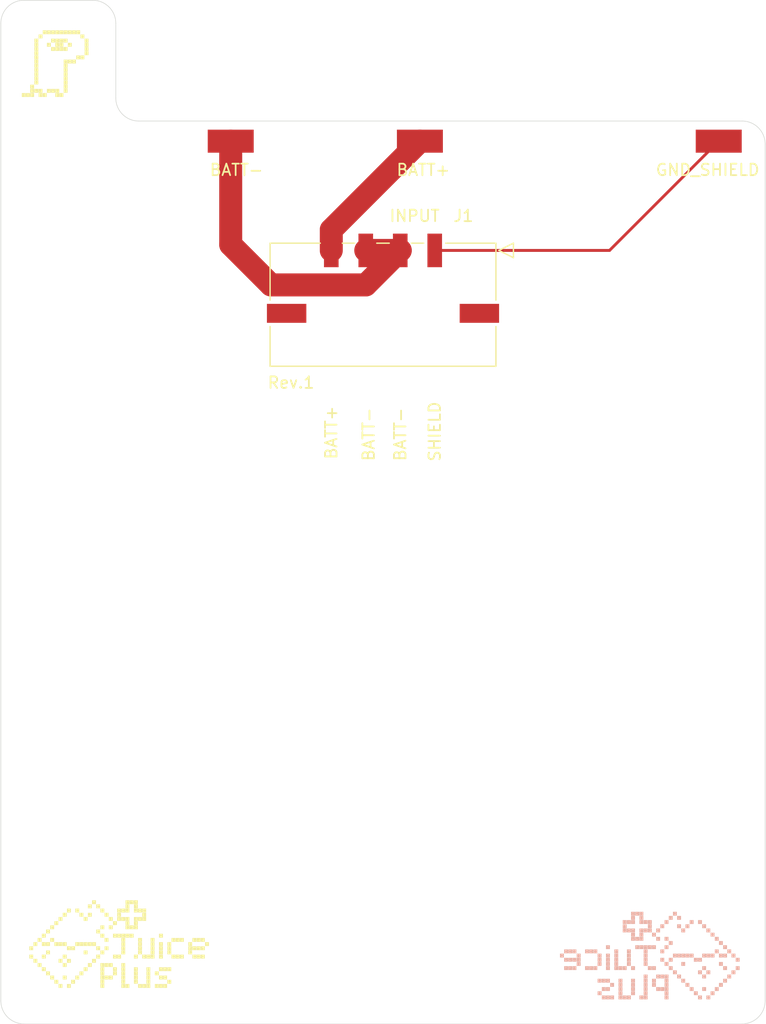
<source format=kicad_pcb>
(kicad_pcb (version 20171130) (host pcbnew 5.1.9+dfsg1-1+deb11u1)

  (general
    (thickness 1.6)
    (drawings 27)
    (tracks 9)
    (zones 0)
    (modules 7)
    (nets 4)
  )

  (page A4)
  (layers
    (0 F.Cu signal)
    (31 B.Cu signal)
    (32 B.Adhes user)
    (33 F.Adhes user)
    (34 B.Paste user)
    (35 F.Paste user)
    (36 B.SilkS user)
    (37 F.SilkS user)
    (38 B.Mask user)
    (39 F.Mask user)
    (40 Dwgs.User user)
    (41 Cmts.User user)
    (42 Eco1.User user)
    (43 Eco2.User user)
    (44 Edge.Cuts user)
    (45 Margin user)
    (46 B.CrtYd user)
    (47 F.CrtYd user)
    (48 B.Fab user)
    (49 F.Fab user)
  )

  (setup
    (last_trace_width 2)
    (user_trace_width 2)
    (trace_clearance 0.2)
    (zone_clearance 0.508)
    (zone_45_only no)
    (trace_min 0.2)
    (via_size 0.8)
    (via_drill 0.4)
    (via_min_size 0.4)
    (via_min_drill 0.3)
    (uvia_size 0.3)
    (uvia_drill 0.1)
    (uvias_allowed no)
    (uvia_min_size 0.2)
    (uvia_min_drill 0.1)
    (edge_width 0.05)
    (segment_width 0.2)
    (pcb_text_width 0.3)
    (pcb_text_size 1.5 1.5)
    (mod_edge_width 0.12)
    (mod_text_size 1 1)
    (mod_text_width 0.15)
    (pad_size 1.524 1.524)
    (pad_drill 0.762)
    (pad_to_mask_clearance 0)
    (aux_axis_origin 0 0)
    (visible_elements FFFFFF7F)
    (pcbplotparams
      (layerselection 0x010fc_ffffffff)
      (usegerberextensions true)
      (usegerberattributes false)
      (usegerberadvancedattributes false)
      (creategerberjobfile false)
      (excludeedgelayer true)
      (linewidth 0.100000)
      (plotframeref false)
      (viasonmask false)
      (mode 1)
      (useauxorigin false)
      (hpglpennumber 1)
      (hpglpenspeed 20)
      (hpglpendiameter 15.000000)
      (psnegative false)
      (psa4output false)
      (plotreference true)
      (plotvalue false)
      (plotinvisibletext false)
      (padsonsilk false)
      (subtractmaskfromsilk true)
      (outputformat 1)
      (mirror false)
      (drillshape 0)
      (scaleselection 1)
      (outputdirectory "geber/"))
  )

  (net 0 "")
  (net 1 GND_SHIELD)
  (net 2 BATT-)
  (net 3 BATT+)

  (net_class Default "This is the default net class."
    (clearance 0.2)
    (trace_width 0.25)
    (via_dia 0.8)
    (via_drill 0.4)
    (uvia_dia 0.3)
    (uvia_drill 0.1)
    (add_net BATT+)
    (add_net BATT-)
    (add_net GND_SHIELD)
  )

  (module custom-footprints:juice-plus_logo_3k (layer B.Cu) (tedit 0) (tstamp 63EB7273)
    (at 198.25 133 180)
    (fp_text reference G*** (at 0 0) (layer B.SilkS) hide
      (effects (font (size 1.524 1.524) (thickness 0.3)) (justify mirror))
    )
    (fp_text value juice-plus_logo_3k (at 0.75 0) (layer B.SilkS) hide
      (effects (font (size 1.524 1.524) (thickness 0.3)) (justify mirror))
    )
    (fp_poly (pts (xy 1.659467 3.412066) (xy 1.329267 3.412066) (xy 1.329267 3.742266) (xy 1.659467 3.742266)
      (xy 1.659467 3.412066)) (layer B.SilkS) (width 0.01))
    (fp_poly (pts (xy 1.2954 3.412066) (xy 0.9652 3.412066) (xy 0.9652 3.742266) (xy 1.2954 3.742266)
      (xy 1.2954 3.412066)) (layer B.SilkS) (width 0.01))
    (fp_poly (pts (xy 0.931334 3.412066) (xy 0.601134 3.412066) (xy 0.601134 3.742266) (xy 0.931334 3.742266)
      (xy 0.931334 3.412066)) (layer B.SilkS) (width 0.01))
    (fp_poly (pts (xy -1.9812 3.412066) (xy -2.3114 3.412066) (xy -2.3114 3.742266) (xy -1.9812 3.742266)
      (xy -1.9812 3.412066)) (layer B.SilkS) (width 0.01))
    (fp_poly (pts (xy 1.659467 3.048) (xy 1.329267 3.048) (xy 1.329267 3.3782) (xy 1.659467 3.3782)
      (xy 1.659467 3.048)) (layer B.SilkS) (width 0.01))
    (fp_poly (pts (xy 0.931334 3.048) (xy 0.601134 3.048) (xy 0.601134 3.3782) (xy 0.931334 3.3782)
      (xy 0.931334 3.048)) (layer B.SilkS) (width 0.01))
    (fp_poly (pts (xy -1.617133 3.048) (xy -1.947333 3.048) (xy -1.947333 3.3782) (xy -1.617133 3.3782)
      (xy -1.617133 3.048)) (layer B.SilkS) (width 0.01))
    (fp_poly (pts (xy -2.345266 3.048) (xy -2.675466 3.048) (xy -2.675466 3.3782) (xy -2.345266 3.3782)
      (xy -2.345266 3.048)) (layer B.SilkS) (width 0.01))
    (fp_poly (pts (xy 2.3876 2.683933) (xy 2.0574 2.683933) (xy 2.0574 3.014133) (xy 2.3876 3.014133)
      (xy 2.3876 2.683933)) (layer B.SilkS) (width 0.01))
    (fp_poly (pts (xy 2.023534 2.683933) (xy 1.693334 2.683933) (xy 1.693334 3.014133) (xy 2.023534 3.014133)
      (xy 2.023534 2.683933)) (layer B.SilkS) (width 0.01))
    (fp_poly (pts (xy 1.659467 2.683933) (xy 1.329267 2.683933) (xy 1.329267 3.014133) (xy 1.659467 3.014133)
      (xy 1.659467 2.683933)) (layer B.SilkS) (width 0.01))
    (fp_poly (pts (xy 0.931334 2.683933) (xy 0.601134 2.683933) (xy 0.601134 3.014133) (xy 0.931334 3.014133)
      (xy 0.931334 2.683933)) (layer B.SilkS) (width 0.01))
    (fp_poly (pts (xy 0.567267 2.683933) (xy 0.237067 2.683933) (xy 0.237067 3.014133) (xy 0.567267 3.014133)
      (xy 0.567267 2.683933)) (layer B.SilkS) (width 0.01))
    (fp_poly (pts (xy 0.2032 2.683933) (xy -0.127 2.683933) (xy -0.127 3.014133) (xy 0.2032 3.014133)
      (xy 0.2032 2.683933)) (layer B.SilkS) (width 0.01))
    (fp_poly (pts (xy -1.253067 2.683933) (xy -1.583267 2.683933) (xy -1.583267 3.014133) (xy -1.253067 3.014133)
      (xy -1.253067 2.683933)) (layer B.SilkS) (width 0.01))
    (fp_poly (pts (xy -3.437466 2.683933) (xy -3.767666 2.683933) (xy -3.767666 3.014133) (xy -3.437466 3.014133)
      (xy -3.437466 2.683933)) (layer B.SilkS) (width 0.01))
    (fp_poly (pts (xy -4.1656 2.683933) (xy -4.4958 2.683933) (xy -4.4958 3.014133) (xy -4.1656 3.014133)
      (xy -4.1656 2.683933)) (layer B.SilkS) (width 0.01))
    (fp_poly (pts (xy 0.2032 2.319867) (xy -0.127 2.319867) (xy -0.127 2.650066) (xy 0.2032 2.650066)
      (xy 0.2032 2.319867)) (layer B.SilkS) (width 0.01))
    (fp_poly (pts (xy -0.889 2.319867) (xy -1.2192 2.319867) (xy -1.2192 2.650066) (xy -0.889 2.650066)
      (xy -0.889 2.319867)) (layer B.SilkS) (width 0.01))
    (fp_poly (pts (xy -2.345266 2.319867) (xy -2.675466 2.319867) (xy -2.675466 2.650066) (xy -2.345266 2.650066)
      (xy -2.345266 2.319867)) (layer B.SilkS) (width 0.01))
    (fp_poly (pts (xy -3.0734 2.319867) (xy -3.4036 2.319867) (xy -3.4036 2.650066) (xy -3.0734 2.650066)
      (xy -3.0734 2.319867)) (layer B.SilkS) (width 0.01))
    (fp_poly (pts (xy -4.529667 2.319867) (xy -4.859867 2.319867) (xy -4.859867 2.650066) (xy -4.529667 2.650066)
      (xy -4.529667 2.319867)) (layer B.SilkS) (width 0.01))
    (fp_poly (pts (xy 2.3876 2.3114) (xy 2.0574 2.3114) (xy 2.0574 2.6416) (xy 2.3876 2.6416)
      (xy 2.3876 2.3114)) (layer B.SilkS) (width 0.01))
    (fp_poly (pts (xy 2.3876 1.9558) (xy 2.0574 1.9558) (xy 2.0574 2.286) (xy 2.3876 2.286)
      (xy 2.3876 1.9558)) (layer B.SilkS) (width 0.01))
    (fp_poly (pts (xy 2.023534 1.9558) (xy 1.693334 1.9558) (xy 1.693334 2.286) (xy 2.023534 2.286)
      (xy 2.023534 1.9558)) (layer B.SilkS) (width 0.01))
    (fp_poly (pts (xy 1.659467 1.9558) (xy 1.329267 1.9558) (xy 1.329267 2.286) (xy 1.659467 2.286)
      (xy 1.659467 1.9558)) (layer B.SilkS) (width 0.01))
    (fp_poly (pts (xy 0.931334 1.9558) (xy 0.601134 1.9558) (xy 0.601134 2.286) (xy 0.931334 2.286)
      (xy 0.931334 1.9558)) (layer B.SilkS) (width 0.01))
    (fp_poly (pts (xy 0.567267 1.9558) (xy 0.237067 1.9558) (xy 0.237067 2.286) (xy 0.567267 2.286)
      (xy 0.567267 1.9558)) (layer B.SilkS) (width 0.01))
    (fp_poly (pts (xy 0.2032 1.9558) (xy -0.127 1.9558) (xy -0.127 2.286) (xy 0.2032 2.286)
      (xy 0.2032 1.9558)) (layer B.SilkS) (width 0.01))
    (fp_poly (pts (xy -0.524933 1.9558) (xy -0.855133 1.9558) (xy -0.855133 2.286) (xy -0.524933 2.286)
      (xy -0.524933 1.9558)) (layer B.SilkS) (width 0.01))
    (fp_poly (pts (xy -2.709333 1.9558) (xy -3.039533 1.9558) (xy -3.039533 2.286) (xy -2.709333 2.286)
      (xy -2.709333 1.9558)) (layer B.SilkS) (width 0.01))
    (fp_poly (pts (xy -4.893733 1.9558) (xy -5.223933 1.9558) (xy -5.223933 2.286) (xy -4.893733 2.286)
      (xy -4.893733 1.9558)) (layer B.SilkS) (width 0.01))
    (fp_poly (pts (xy 1.659467 1.591733) (xy 1.329267 1.591733) (xy 1.329267 1.921933) (xy 1.659467 1.921933)
      (xy 1.659467 1.591733)) (layer B.SilkS) (width 0.01))
    (fp_poly (pts (xy 0.931334 1.591733) (xy 0.601134 1.591733) (xy 0.601134 1.921933) (xy 0.931334 1.921933)
      (xy 0.931334 1.591733)) (layer B.SilkS) (width 0.01))
    (fp_poly (pts (xy -0.160867 1.591733) (xy -0.491067 1.591733) (xy -0.491067 1.921933) (xy -0.160867 1.921933)
      (xy -0.160867 1.591733)) (layer B.SilkS) (width 0.01))
    (fp_poly (pts (xy -5.2578 1.591733) (xy -5.588 1.591733) (xy -5.588 1.921933) (xy -5.2578 1.921933)
      (xy -5.2578 1.591733)) (layer B.SilkS) (width 0.01))
    (fp_poly (pts (xy 1.659467 1.227666) (xy 1.329267 1.227666) (xy 1.329267 1.557866) (xy 1.659467 1.557866)
      (xy 1.659467 1.227666)) (layer B.SilkS) (width 0.01))
    (fp_poly (pts (xy 1.2954 1.227666) (xy 0.9652 1.227666) (xy 0.9652 1.557866) (xy 1.2954 1.557866)
      (xy 1.2954 1.227666)) (layer B.SilkS) (width 0.01))
    (fp_poly (pts (xy 0.931334 1.227666) (xy 0.601134 1.227666) (xy 0.601134 1.557866) (xy 0.931334 1.557866)
      (xy 0.931334 1.227666)) (layer B.SilkS) (width 0.01))
    (fp_poly (pts (xy -0.524933 1.227666) (xy -0.855133 1.227666) (xy -0.855133 1.557866) (xy -0.524933 1.557866)
      (xy -0.524933 1.227666)) (layer B.SilkS) (width 0.01))
    (fp_poly (pts (xy -1.253067 1.227666) (xy -1.583267 1.227666) (xy -1.583267 1.557866) (xy -1.253067 1.557866)
      (xy -1.253067 1.227666)) (layer B.SilkS) (width 0.01))
    (fp_poly (pts (xy -5.621866 1.227666) (xy -5.952066 1.227666) (xy -5.952066 1.557866) (xy -5.621866 1.557866)
      (xy -5.621866 1.227666)) (layer B.SilkS) (width 0.01))
    (fp_poly (pts (xy -1.617133 0.8636) (xy -1.947333 0.8636) (xy -1.947333 1.1938) (xy -1.617133 1.1938)
      (xy -1.617133 0.8636)) (layer B.SilkS) (width 0.01))
    (fp_poly (pts (xy -5.985933 0.8636) (xy -6.316133 0.8636) (xy -6.316133 1.1938) (xy -5.985933 1.1938)
      (xy -5.985933 0.8636)) (layer B.SilkS) (width 0.01))
    (fp_poly (pts (xy 3.843867 0.499533) (xy 3.513667 0.499533) (xy 3.513667 0.829733) (xy 3.843867 0.829733)
      (xy 3.843867 0.499533)) (layer B.SilkS) (width 0.01))
    (fp_poly (pts (xy 1.2954 0.499533) (xy 0.9652 0.499533) (xy 0.9652 0.829733) (xy 1.2954 0.829733)
      (xy 1.2954 0.499533)) (layer B.SilkS) (width 0.01))
    (fp_poly (pts (xy 0.931334 0.499533) (xy 0.601134 0.499533) (xy 0.601134 0.829733) (xy 0.931334 0.829733)
      (xy 0.931334 0.499533)) (layer B.SilkS) (width 0.01))
    (fp_poly (pts (xy 0.567267 0.499533) (xy 0.237067 0.499533) (xy 0.237067 0.829733) (xy 0.567267 0.829733)
      (xy 0.567267 0.499533)) (layer B.SilkS) (width 0.01))
    (fp_poly (pts (xy 0.2032 0.499533) (xy -0.127 0.499533) (xy -0.127 0.829733) (xy 0.2032 0.829733)
      (xy 0.2032 0.499533)) (layer B.SilkS) (width 0.01))
    (fp_poly (pts (xy -0.160867 0.499533) (xy -0.491067 0.499533) (xy -0.491067 0.829733) (xy -0.160867 0.829733)
      (xy -0.160867 0.499533)) (layer B.SilkS) (width 0.01))
    (fp_poly (pts (xy -1.253067 0.499533) (xy -1.583267 0.499533) (xy -1.583267 0.829733) (xy -1.253067 0.829733)
      (xy -1.253067 0.499533)) (layer B.SilkS) (width 0.01))
    (fp_poly (pts (xy -6.35 0.499533) (xy -6.6802 0.499533) (xy -6.6802 0.829733) (xy -6.35 0.829733)
      (xy -6.35 0.499533)) (layer B.SilkS) (width 0.01))
    (fp_poly (pts (xy 7.484533 0.135467) (xy 7.154333 0.135467) (xy 7.154333 0.465667) (xy 7.484533 0.465667)
      (xy 7.484533 0.135467)) (layer B.SilkS) (width 0.01))
    (fp_poly (pts (xy 7.120467 0.135467) (xy 6.790267 0.135467) (xy 6.790267 0.465667) (xy 7.120467 0.465667)
      (xy 7.120467 0.135467)) (layer B.SilkS) (width 0.01))
    (fp_poly (pts (xy 6.7564 0.135467) (xy 6.4262 0.135467) (xy 6.4262 0.465667) (xy 6.7564 0.465667)
      (xy 6.7564 0.135467)) (layer B.SilkS) (width 0.01))
    (fp_poly (pts (xy 5.6642 0.135467) (xy 5.334 0.135467) (xy 5.334 0.465667) (xy 5.6642 0.465667)
      (xy 5.6642 0.135467)) (layer B.SilkS) (width 0.01))
    (fp_poly (pts (xy 5.300133 0.135467) (xy 4.969933 0.135467) (xy 4.969933 0.465667) (xy 5.300133 0.465667)
      (xy 5.300133 0.135467)) (layer B.SilkS) (width 0.01))
    (fp_poly (pts (xy 4.936067 0.135467) (xy 4.605867 0.135467) (xy 4.605867 0.465667) (xy 4.936067 0.465667)
      (xy 4.936067 0.135467)) (layer B.SilkS) (width 0.01))
    (fp_poly (pts (xy 3.115734 0.135467) (xy 2.785534 0.135467) (xy 2.785534 0.465667) (xy 3.115734 0.465667)
      (xy 3.115734 0.135467)) (layer B.SilkS) (width 0.01))
    (fp_poly (pts (xy 2.023534 0.135467) (xy 1.693334 0.135467) (xy 1.693334 0.465667) (xy 2.023534 0.465667)
      (xy 2.023534 0.135467)) (layer B.SilkS) (width 0.01))
    (fp_poly (pts (xy 0.567267 0.135467) (xy 0.237067 0.135467) (xy 0.237067 0.465667) (xy 0.567267 0.465667)
      (xy 0.567267 0.135467)) (layer B.SilkS) (width 0.01))
    (fp_poly (pts (xy -0.889 0.135467) (xy -1.2192 0.135467) (xy -1.2192 0.465667) (xy -0.889 0.465667)
      (xy -0.889 0.135467)) (layer B.SilkS) (width 0.01))
    (fp_poly (pts (xy -5.621866 0.135467) (xy -5.952066 0.135467) (xy -5.952066 0.465667) (xy -5.621866 0.465667)
      (xy -5.621866 0.135467)) (layer B.SilkS) (width 0.01))
    (fp_poly (pts (xy -6.714067 0.135467) (xy -7.044266 0.135467) (xy -7.044266 0.465667) (xy -6.714067 0.465667)
      (xy -6.714067 0.135467)) (layer B.SilkS) (width 0.01))
    (fp_poly (pts (xy 7.8486 -0.2286) (xy 7.5184 -0.2286) (xy 7.5184 0.1016) (xy 7.8486 0.1016)
      (xy 7.8486 -0.2286)) (layer B.SilkS) (width 0.01))
    (fp_poly (pts (xy 6.392333 -0.2286) (xy 6.062133 -0.2286) (xy 6.062133 0.1016) (xy 6.392333 0.1016)
      (xy 6.392333 -0.2286)) (layer B.SilkS) (width 0.01))
    (fp_poly (pts (xy 4.572 -0.2286) (xy 4.2418 -0.2286) (xy 4.2418 0.1016) (xy 4.572 0.1016)
      (xy 4.572 -0.2286)) (layer B.SilkS) (width 0.01))
    (fp_poly (pts (xy 3.843867 -0.2286) (xy 3.513667 -0.2286) (xy 3.513667 0.1016) (xy 3.843867 0.1016)
      (xy 3.843867 -0.2286)) (layer B.SilkS) (width 0.01))
    (fp_poly (pts (xy 3.115734 -0.2286) (xy 2.785534 -0.2286) (xy 2.785534 0.1016) (xy 3.115734 0.1016)
      (xy 3.115734 -0.2286)) (layer B.SilkS) (width 0.01))
    (fp_poly (pts (xy 2.023534 -0.2286) (xy 1.693334 -0.2286) (xy 1.693334 0.1016) (xy 2.023534 0.1016)
      (xy 2.023534 -0.2286)) (layer B.SilkS) (width 0.01))
    (fp_poly (pts (xy 0.567267 -0.2286) (xy 0.237067 -0.2286) (xy 0.237067 0.1016) (xy 0.567267 0.1016)
      (xy 0.567267 -0.2286)) (layer B.SilkS) (width 0.01))
    (fp_poly (pts (xy -1.9812 -0.2286) (xy -2.3114 -0.2286) (xy -2.3114 0.1016) (xy -1.9812 0.1016)
      (xy -1.9812 -0.2286)) (layer B.SilkS) (width 0.01))
    (fp_poly (pts (xy -2.345266 -0.2286) (xy -2.675466 -0.2286) (xy -2.675466 0.1016) (xy -2.345266 0.1016)
      (xy -2.345266 -0.2286)) (layer B.SilkS) (width 0.01))
    (fp_poly (pts (xy -2.709333 -0.2286) (xy -3.039533 -0.2286) (xy -3.039533 0.1016) (xy -2.709333 0.1016)
      (xy -2.709333 -0.2286)) (layer B.SilkS) (width 0.01))
    (fp_poly (pts (xy -3.0734 -0.2286) (xy -3.4036 -0.2286) (xy -3.4036 0.1016) (xy -3.0734 0.1016)
      (xy -3.0734 -0.2286)) (layer B.SilkS) (width 0.01))
    (fp_poly (pts (xy -3.437466 -0.2286) (xy -3.767666 -0.2286) (xy -3.767666 0.1016) (xy -3.437466 0.1016)
      (xy -3.437466 -0.2286)) (layer B.SilkS) (width 0.01))
    (fp_poly (pts (xy -4.529667 -0.2286) (xy -4.859867 -0.2286) (xy -4.859867 0.1016) (xy -4.529667 0.1016)
      (xy -4.529667 -0.2286)) (layer B.SilkS) (width 0.01))
    (fp_poly (pts (xy -4.893733 -0.2286) (xy -5.223933 -0.2286) (xy -5.223933 0.1016) (xy -4.893733 0.1016)
      (xy -4.893733 -0.2286)) (layer B.SilkS) (width 0.01))
    (fp_poly (pts (xy -5.2578 -0.2286) (xy -5.588 -0.2286) (xy -5.588 0.1016) (xy -5.2578 0.1016)
      (xy -5.2578 -0.2286)) (layer B.SilkS) (width 0.01))
    (fp_poly (pts (xy -5.985933 -0.2286) (xy -6.316133 -0.2286) (xy -6.316133 0.1016) (xy -5.985933 0.1016)
      (xy -5.985933 -0.2286)) (layer B.SilkS) (width 0.01))
    (fp_poly (pts (xy -6.35 -0.2286) (xy -6.6802 -0.2286) (xy -6.6802 0.1016) (xy -6.35 0.1016)
      (xy -6.35 -0.2286)) (layer B.SilkS) (width 0.01))
    (fp_poly (pts (xy -7.078133 -0.2286) (xy -7.408333 -0.2286) (xy -7.408333 0.1016) (xy -7.078133 0.1016)
      (xy -7.078133 -0.2286)) (layer B.SilkS) (width 0.01))
    (fp_poly (pts (xy 7.484533 -0.592667) (xy 7.154333 -0.592667) (xy 7.154333 -0.262467) (xy 7.484533 -0.262467)
      (xy 7.484533 -0.592667)) (layer B.SilkS) (width 0.01))
    (fp_poly (pts (xy 7.120467 -0.592667) (xy 6.790267 -0.592667) (xy 6.790267 -0.262467) (xy 7.120467 -0.262467)
      (xy 7.120467 -0.592667)) (layer B.SilkS) (width 0.01))
    (fp_poly (pts (xy 6.7564 -0.592667) (xy 6.4262 -0.592667) (xy 6.4262 -0.262467) (xy 6.7564 -0.262467)
      (xy 6.7564 -0.592667)) (layer B.SilkS) (width 0.01))
    (fp_poly (pts (xy 6.392333 -0.592667) (xy 6.062133 -0.592667) (xy 6.062133 -0.262467) (xy 6.392333 -0.262467)
      (xy 6.392333 -0.592667)) (layer B.SilkS) (width 0.01))
    (fp_poly (pts (xy 4.572 -0.592667) (xy 4.2418 -0.592667) (xy 4.2418 -0.262467) (xy 4.572 -0.262467)
      (xy 4.572 -0.592667)) (layer B.SilkS) (width 0.01))
    (fp_poly (pts (xy 3.843867 -0.592667) (xy 3.513667 -0.592667) (xy 3.513667 -0.262467) (xy 3.843867 -0.262467)
      (xy 3.843867 -0.592667)) (layer B.SilkS) (width 0.01))
    (fp_poly (pts (xy 3.115734 -0.592667) (xy 2.785534 -0.592667) (xy 2.785534 -0.262467) (xy 3.115734 -0.262467)
      (xy 3.115734 -0.592667)) (layer B.SilkS) (width 0.01))
    (fp_poly (pts (xy 2.023534 -0.592667) (xy 1.693334 -0.592667) (xy 1.693334 -0.262467) (xy 2.023534 -0.262467)
      (xy 2.023534 -0.592667)) (layer B.SilkS) (width 0.01))
    (fp_poly (pts (xy 0.567267 -0.592667) (xy 0.237067 -0.592667) (xy 0.237067 -0.262467) (xy 0.567267 -0.262467)
      (xy 0.567267 -0.592667)) (layer B.SilkS) (width 0.01))
    (fp_poly (pts (xy -0.889 -0.592667) (xy -1.2192 -0.592667) (xy -1.2192 -0.262467) (xy -0.889 -0.262467)
      (xy -0.889 -0.592667)) (layer B.SilkS) (width 0.01))
    (fp_poly (pts (xy -1.617133 -0.592667) (xy -1.947333 -0.592667) (xy -1.947333 -0.262467) (xy -1.617133 -0.262467)
      (xy -1.617133 -0.592667)) (layer B.SilkS) (width 0.01))
    (fp_poly (pts (xy -3.801533 -0.592667) (xy -4.131733 -0.592667) (xy -4.131733 -0.262467) (xy -3.801533 -0.262467)
      (xy -3.801533 -0.592667)) (layer B.SilkS) (width 0.01))
    (fp_poly (pts (xy -4.1656 -0.592667) (xy -4.4958 -0.592667) (xy -4.4958 -0.262467) (xy -4.1656 -0.262467)
      (xy -4.1656 -0.592667)) (layer B.SilkS) (width 0.01))
    (fp_poly (pts (xy -7.4422 -0.592667) (xy -7.7724 -0.592667) (xy -7.7724 -0.262467) (xy -7.4422 -0.262467)
      (xy -7.4422 -0.592667)) (layer B.SilkS) (width 0.01))
    (fp_poly (pts (xy 6.392333 -0.956734) (xy 6.062133 -0.956734) (xy 6.062133 -0.626534) (xy 6.392333 -0.626534)
      (xy 6.392333 -0.956734)) (layer B.SilkS) (width 0.01))
    (fp_poly (pts (xy 4.572 -0.956734) (xy 4.2418 -0.956734) (xy 4.2418 -0.626534) (xy 4.572 -0.626534)
      (xy 4.572 -0.956734)) (layer B.SilkS) (width 0.01))
    (fp_poly (pts (xy 3.843867 -0.956734) (xy 3.513667 -0.956734) (xy 3.513667 -0.626534) (xy 3.843867 -0.626534)
      (xy 3.843867 -0.956734)) (layer B.SilkS) (width 0.01))
    (fp_poly (pts (xy 3.115734 -0.956734) (xy 2.785534 -0.956734) (xy 2.785534 -0.626534) (xy 3.115734 -0.626534)
      (xy 3.115734 -0.956734)) (layer B.SilkS) (width 0.01))
    (fp_poly (pts (xy 2.023534 -0.956734) (xy 1.693334 -0.956734) (xy 1.693334 -0.626534) (xy 2.023534 -0.626534)
      (xy 2.023534 -0.956734)) (layer B.SilkS) (width 0.01))
    (fp_poly (pts (xy 0.567267 -0.956734) (xy 0.237067 -0.956734) (xy 0.237067 -0.626534) (xy 0.567267 -0.626534)
      (xy 0.567267 -0.956734)) (layer B.SilkS) (width 0.01))
    (fp_poly (pts (xy -1.253067 -0.956734) (xy -1.583267 -0.956734) (xy -1.583267 -0.626534) (xy -1.253067 -0.626534)
      (xy -1.253067 -0.956734)) (layer B.SilkS) (width 0.01))
    (fp_poly (pts (xy -2.709333 -0.956734) (xy -3.039533 -0.956734) (xy -3.039533 -0.626534) (xy -2.709333 -0.626534)
      (xy -2.709333 -0.956734)) (layer B.SilkS) (width 0.01))
    (fp_poly (pts (xy -5.985933 -0.956734) (xy -6.316133 -0.956734) (xy -6.316133 -0.626534) (xy -5.985933 -0.626534)
      (xy -5.985933 -0.956734)) (layer B.SilkS) (width 0.01))
    (fp_poly (pts (xy 7.484533 -1.3208) (xy 7.154333 -1.3208) (xy 7.154333 -0.9906) (xy 7.484533 -0.9906)
      (xy 7.484533 -1.3208)) (layer B.SilkS) (width 0.01))
    (fp_poly (pts (xy 7.120467 -1.3208) (xy 6.790267 -1.3208) (xy 6.790267 -0.9906) (xy 7.120467 -0.9906)
      (xy 7.120467 -1.3208)) (layer B.SilkS) (width 0.01))
    (fp_poly (pts (xy 6.7564 -1.3208) (xy 6.4262 -1.3208) (xy 6.4262 -0.9906) (xy 6.7564 -0.9906)
      (xy 6.7564 -1.3208)) (layer B.SilkS) (width 0.01))
    (fp_poly (pts (xy 5.6642 -1.3208) (xy 5.334 -1.3208) (xy 5.334 -0.9906) (xy 5.6642 -0.9906)
      (xy 5.6642 -1.3208)) (layer B.SilkS) (width 0.01))
    (fp_poly (pts (xy 5.300133 -1.3208) (xy 4.969933 -1.3208) (xy 4.969933 -0.9906) (xy 5.300133 -0.9906)
      (xy 5.300133 -1.3208)) (layer B.SilkS) (width 0.01))
    (fp_poly (pts (xy 4.936067 -1.3208) (xy 4.605867 -1.3208) (xy 4.605867 -0.9906) (xy 4.936067 -0.9906)
      (xy 4.936067 -1.3208)) (layer B.SilkS) (width 0.01))
    (fp_poly (pts (xy 3.843867 -1.3208) (xy 3.513667 -1.3208) (xy 3.513667 -0.9906) (xy 3.843867 -0.9906)
      (xy 3.843867 -1.3208)) (layer B.SilkS) (width 0.01))
    (fp_poly (pts (xy 3.115734 -1.3208) (xy 2.785534 -1.3208) (xy 2.785534 -0.9906) (xy 3.115734 -0.9906)
      (xy 3.115734 -1.3208)) (layer B.SilkS) (width 0.01))
    (fp_poly (pts (xy 2.751667 -1.3208) (xy 2.421467 -1.3208) (xy 2.421467 -0.9906) (xy 2.751667 -0.9906)
      (xy 2.751667 -1.3208)) (layer B.SilkS) (width 0.01))
    (fp_poly (pts (xy 2.3876 -1.3208) (xy 2.0574 -1.3208) (xy 2.0574 -0.9906) (xy 2.3876 -0.9906)
      (xy 2.3876 -1.3208)) (layer B.SilkS) (width 0.01))
    (fp_poly (pts (xy 1.659467 -1.3208) (xy 1.329267 -1.3208) (xy 1.329267 -0.9906) (xy 1.659467 -0.9906)
      (xy 1.659467 -1.3208)) (layer B.SilkS) (width 0.01))
    (fp_poly (pts (xy 0.2032 -1.3208) (xy -0.127 -1.3208) (xy -0.127 -0.9906) (xy 0.2032 -0.9906)
      (xy 0.2032 -1.3208)) (layer B.SilkS) (width 0.01))
    (fp_poly (pts (xy -0.160867 -1.3208) (xy -0.491067 -1.3208) (xy -0.491067 -0.9906) (xy -0.160867 -0.9906)
      (xy -0.160867 -1.3208)) (layer B.SilkS) (width 0.01))
    (fp_poly (pts (xy -1.617133 -1.3208) (xy -1.947333 -1.3208) (xy -1.947333 -0.9906) (xy -1.617133 -0.9906)
      (xy -1.617133 -1.3208)) (layer B.SilkS) (width 0.01))
    (fp_poly (pts (xy -4.529667 -1.3208) (xy -4.859867 -1.3208) (xy -4.859867 -0.9906) (xy -4.529667 -0.9906)
      (xy -4.529667 -1.3208)) (layer B.SilkS) (width 0.01))
    (fp_poly (pts (xy -6.35 -1.3208) (xy -6.6802 -1.3208) (xy -6.6802 -0.9906) (xy -6.35 -0.9906)
      (xy -6.35 -1.3208)) (layer B.SilkS) (width 0.01))
    (fp_poly (pts (xy -7.4422 -1.3208) (xy -7.7724 -1.3208) (xy -7.7724 -0.9906) (xy -7.4422 -0.9906)
      (xy -7.4422 -1.3208)) (layer B.SilkS) (width 0.01))
    (fp_poly (pts (xy -1.9812 -1.684867) (xy -2.3114 -1.684867) (xy -2.3114 -1.354667) (xy -1.9812 -1.354667)
      (xy -1.9812 -1.684867)) (layer B.SilkS) (width 0.01))
    (fp_poly (pts (xy -4.1656 -1.684867) (xy -4.4958 -1.684867) (xy -4.4958 -1.354667) (xy -4.1656 -1.354667)
      (xy -4.1656 -1.684867)) (layer B.SilkS) (width 0.01))
    (fp_poly (pts (xy -4.893733 -1.684867) (xy -5.223933 -1.684867) (xy -5.223933 -1.354667) (xy -4.893733 -1.354667)
      (xy -4.893733 -1.684867)) (layer B.SilkS) (width 0.01))
    (fp_poly (pts (xy -7.078133 -1.684867) (xy -7.408333 -1.684867) (xy -7.408333 -1.354667) (xy -7.078133 -1.354667)
      (xy -7.078133 -1.684867)) (layer B.SilkS) (width 0.01))
    (fp_poly (pts (xy 0.567267 -2.048934) (xy 0.237067 -2.048934) (xy 0.237067 -1.718734) (xy 0.567267 -1.718734)
      (xy 0.567267 -2.048934)) (layer B.SilkS) (width 0.01))
    (fp_poly (pts (xy -0.524933 -2.048934) (xy -0.855133 -2.048934) (xy -0.855133 -1.718734) (xy -0.524933 -1.718734)
      (xy -0.524933 -2.048934)) (layer B.SilkS) (width 0.01))
    (fp_poly (pts (xy -0.889 -2.048934) (xy -1.2192 -2.048934) (xy -1.2192 -1.718734) (xy -0.889 -1.718734)
      (xy -0.889 -2.048934)) (layer B.SilkS) (width 0.01))
    (fp_poly (pts (xy -1.253067 -2.048934) (xy -1.583267 -2.048934) (xy -1.583267 -1.718734) (xy -1.253067 -1.718734)
      (xy -1.253067 -2.048934)) (layer B.SilkS) (width 0.01))
    (fp_poly (pts (xy -2.345266 -2.048934) (xy -2.675466 -2.048934) (xy -2.675466 -1.718734) (xy -2.345266 -1.718734)
      (xy -2.345266 -2.048934)) (layer B.SilkS) (width 0.01))
    (fp_poly (pts (xy -4.529667 -2.048934) (xy -4.859867 -2.048934) (xy -4.859867 -1.718734) (xy -4.529667 -1.718734)
      (xy -4.529667 -2.048934)) (layer B.SilkS) (width 0.01))
    (fp_poly (pts (xy -6.714067 -2.048934) (xy -7.044266 -2.048934) (xy -7.044266 -1.718734) (xy -6.714067 -1.718734)
      (xy -6.714067 -2.048934)) (layer B.SilkS) (width 0.01))
    (fp_poly (pts (xy 4.572 -2.413) (xy 4.2418 -2.413) (xy 4.2418 -2.0828) (xy 4.572 -2.0828)
      (xy 4.572 -2.413)) (layer B.SilkS) (width 0.01))
    (fp_poly (pts (xy 4.207934 -2.413) (xy 3.877734 -2.413) (xy 3.877734 -2.0828) (xy 4.207934 -2.0828)
      (xy 4.207934 -2.413)) (layer B.SilkS) (width 0.01))
    (fp_poly (pts (xy 3.843867 -2.413) (xy 3.513667 -2.413) (xy 3.513667 -2.0828) (xy 3.843867 -2.0828)
      (xy 3.843867 -2.413)) (layer B.SilkS) (width 0.01))
    (fp_poly (pts (xy 2.751667 -2.413) (xy 2.421467 -2.413) (xy 2.421467 -2.0828) (xy 2.751667 -2.0828)
      (xy 2.751667 -2.413)) (layer B.SilkS) (width 0.01))
    (fp_poly (pts (xy 1.659467 -2.413) (xy 1.329267 -2.413) (xy 1.329267 -2.0828) (xy 1.659467 -2.0828)
      (xy 1.659467 -2.413)) (layer B.SilkS) (width 0.01))
    (fp_poly (pts (xy 0.567267 -2.413) (xy 0.237067 -2.413) (xy 0.237067 -2.0828) (xy 0.567267 -2.0828)
      (xy 0.567267 -2.413)) (layer B.SilkS) (width 0.01))
    (fp_poly (pts (xy -0.160867 -2.413) (xy -0.491067 -2.413) (xy -0.491067 -2.0828) (xy -0.160867 -2.0828)
      (xy -0.160867 -2.413)) (layer B.SilkS) (width 0.01))
    (fp_poly (pts (xy -1.253067 -2.413) (xy -1.583267 -2.413) (xy -1.583267 -2.0828) (xy -1.253067 -2.0828)
      (xy -1.253067 -2.413)) (layer B.SilkS) (width 0.01))
    (fp_poly (pts (xy -2.709333 -2.413) (xy -3.039533 -2.413) (xy -3.039533 -2.0828) (xy -2.709333 -2.0828)
      (xy -2.709333 -2.413)) (layer B.SilkS) (width 0.01))
    (fp_poly (pts (xy -6.35 -2.413) (xy -6.6802 -2.413) (xy -6.6802 -2.0828) (xy -6.35 -2.0828)
      (xy -6.35 -2.413)) (layer B.SilkS) (width 0.01))
    (fp_poly (pts (xy 3.4798 -2.777067) (xy 3.1496 -2.777067) (xy 3.1496 -2.446867) (xy 3.4798 -2.446867)
      (xy 3.4798 -2.777067)) (layer B.SilkS) (width 0.01))
    (fp_poly (pts (xy 2.751667 -2.777067) (xy 2.421467 -2.777067) (xy 2.421467 -2.446867) (xy 2.751667 -2.446867)
      (xy 2.751667 -2.777067)) (layer B.SilkS) (width 0.01))
    (fp_poly (pts (xy 1.659467 -2.777067) (xy 1.329267 -2.777067) (xy 1.329267 -2.446867) (xy 1.659467 -2.446867)
      (xy 1.659467 -2.777067)) (layer B.SilkS) (width 0.01))
    (fp_poly (pts (xy 0.567267 -2.777067) (xy 0.237067 -2.777067) (xy 0.237067 -2.446867) (xy 0.567267 -2.446867)
      (xy 0.567267 -2.777067)) (layer B.SilkS) (width 0.01))
    (fp_poly (pts (xy -0.160867 -2.777067) (xy -0.491067 -2.777067) (xy -0.491067 -2.446867) (xy -0.160867 -2.446867)
      (xy -0.160867 -2.777067)) (layer B.SilkS) (width 0.01))
    (fp_poly (pts (xy -1.253067 -2.777067) (xy -1.583267 -2.777067) (xy -1.583267 -2.446867) (xy -1.253067 -2.446867)
      (xy -1.253067 -2.777067)) (layer B.SilkS) (width 0.01))
    (fp_poly (pts (xy -3.0734 -2.777067) (xy -3.4036 -2.777067) (xy -3.4036 -2.446867) (xy -3.0734 -2.446867)
      (xy -3.0734 -2.777067)) (layer B.SilkS) (width 0.01))
    (fp_poly (pts (xy -5.985933 -2.777067) (xy -6.316133 -2.777067) (xy -6.316133 -2.446867) (xy -5.985933 -2.446867)
      (xy -5.985933 -2.777067)) (layer B.SilkS) (width 0.01))
    (fp_poly (pts (xy 4.207934 -3.141133) (xy 3.877734 -3.141133) (xy 3.877734 -2.810933) (xy 4.207934 -2.810933)
      (xy 4.207934 -3.141133)) (layer B.SilkS) (width 0.01))
    (fp_poly (pts (xy 3.843867 -3.141133) (xy 3.513667 -3.141133) (xy 3.513667 -2.810933) (xy 3.843867 -2.810933)
      (xy 3.843867 -3.141133)) (layer B.SilkS) (width 0.01))
    (fp_poly (pts (xy 2.751667 -3.141133) (xy 2.421467 -3.141133) (xy 2.421467 -2.810933) (xy 2.751667 -2.810933)
      (xy 2.751667 -3.141133)) (layer B.SilkS) (width 0.01))
    (fp_poly (pts (xy 1.659467 -3.141133) (xy 1.329267 -3.141133) (xy 1.329267 -2.810933) (xy 1.659467 -2.810933)
      (xy 1.659467 -3.141133)) (layer B.SilkS) (width 0.01))
    (fp_poly (pts (xy 0.567267 -3.141133) (xy 0.237067 -3.141133) (xy 0.237067 -2.810933) (xy 0.567267 -2.810933)
      (xy 0.567267 -3.141133)) (layer B.SilkS) (width 0.01))
    (fp_poly (pts (xy -0.524933 -3.141133) (xy -0.855133 -3.141133) (xy -0.855133 -2.810933) (xy -0.524933 -2.810933)
      (xy -0.524933 -3.141133)) (layer B.SilkS) (width 0.01))
    (fp_poly (pts (xy -0.889 -3.141133) (xy -1.2192 -3.141133) (xy -1.2192 -2.810933) (xy -0.889 -2.810933)
      (xy -0.889 -3.141133)) (layer B.SilkS) (width 0.01))
    (fp_poly (pts (xy -1.253067 -3.141133) (xy -1.583267 -3.141133) (xy -1.583267 -2.810933) (xy -1.253067 -2.810933)
      (xy -1.253067 -3.141133)) (layer B.SilkS) (width 0.01))
    (fp_poly (pts (xy -3.437466 -3.141133) (xy -3.767666 -3.141133) (xy -3.767666 -2.810933) (xy -3.437466 -2.810933)
      (xy -3.437466 -3.141133)) (layer B.SilkS) (width 0.01))
    (fp_poly (pts (xy -4.529667 -3.141133) (xy -4.859867 -3.141133) (xy -4.859867 -2.810933) (xy -4.529667 -2.810933)
      (xy -4.529667 -3.141133)) (layer B.SilkS) (width 0.01))
    (fp_poly (pts (xy -5.621866 -3.141133) (xy -5.952066 -3.141133) (xy -5.952066 -2.810933) (xy -5.621866 -2.810933)
      (xy -5.621866 -3.141133)) (layer B.SilkS) (width 0.01))
    (fp_poly (pts (xy 4.572 -3.5052) (xy 4.2418 -3.5052) (xy 4.2418 -3.175) (xy 4.572 -3.175)
      (xy 4.572 -3.5052)) (layer B.SilkS) (width 0.01))
    (fp_poly (pts (xy 2.751667 -3.5052) (xy 2.421467 -3.5052) (xy 2.421467 -3.175) (xy 2.751667 -3.175)
      (xy 2.751667 -3.5052)) (layer B.SilkS) (width 0.01))
    (fp_poly (pts (xy 1.659467 -3.5052) (xy 1.329267 -3.5052) (xy 1.329267 -3.175) (xy 1.659467 -3.175)
      (xy 1.659467 -3.5052)) (layer B.SilkS) (width 0.01))
    (fp_poly (pts (xy 0.567267 -3.5052) (xy 0.237067 -3.5052) (xy 0.237067 -3.175) (xy 0.567267 -3.175)
      (xy 0.567267 -3.5052)) (layer B.SilkS) (width 0.01))
    (fp_poly (pts (xy -1.253067 -3.5052) (xy -1.583267 -3.5052) (xy -1.583267 -3.175) (xy -1.253067 -3.175)
      (xy -1.253067 -3.5052)) (layer B.SilkS) (width 0.01))
    (fp_poly (pts (xy -3.801533 -3.5052) (xy -4.131733 -3.5052) (xy -4.131733 -3.175) (xy -3.801533 -3.175)
      (xy -3.801533 -3.5052)) (layer B.SilkS) (width 0.01))
    (fp_poly (pts (xy -5.2578 -3.5052) (xy -5.588 -3.5052) (xy -5.588 -3.175) (xy -5.2578 -3.175)
      (xy -5.2578 -3.5052)) (layer B.SilkS) (width 0.01))
    (fp_poly (pts (xy 4.207934 -3.869267) (xy 3.877734 -3.869267) (xy 3.877734 -3.539067) (xy 4.207934 -3.539067)
      (xy 4.207934 -3.869267)) (layer B.SilkS) (width 0.01))
    (fp_poly (pts (xy 3.843867 -3.869267) (xy 3.513667 -3.869267) (xy 3.513667 -3.539067) (xy 3.843867 -3.539067)
      (xy 3.843867 -3.869267)) (layer B.SilkS) (width 0.01))
    (fp_poly (pts (xy 3.4798 -3.869267) (xy 3.1496 -3.869267) (xy 3.1496 -3.539067) (xy 3.4798 -3.539067)
      (xy 3.4798 -3.869267)) (layer B.SilkS) (width 0.01))
    (fp_poly (pts (xy 2.751667 -3.869267) (xy 2.421467 -3.869267) (xy 2.421467 -3.539067) (xy 2.751667 -3.539067)
      (xy 2.751667 -3.869267)) (layer B.SilkS) (width 0.01))
    (fp_poly (pts (xy 2.3876 -3.869267) (xy 2.0574 -3.869267) (xy 2.0574 -3.539067) (xy 2.3876 -3.539067)
      (xy 2.3876 -3.869267)) (layer B.SilkS) (width 0.01))
    (fp_poly (pts (xy 2.023534 -3.869267) (xy 1.693334 -3.869267) (xy 1.693334 -3.539067) (xy 2.023534 -3.539067)
      (xy 2.023534 -3.869267)) (layer B.SilkS) (width 0.01))
    (fp_poly (pts (xy 0.931334 -3.869267) (xy 0.601134 -3.869267) (xy 0.601134 -3.539067) (xy 0.931334 -3.539067)
      (xy 0.931334 -3.869267)) (layer B.SilkS) (width 0.01))
    (fp_poly (pts (xy 0.567267 -3.869267) (xy 0.237067 -3.869267) (xy 0.237067 -3.539067) (xy 0.567267 -3.539067)
      (xy 0.567267 -3.869267)) (layer B.SilkS) (width 0.01))
    (fp_poly (pts (xy -1.253067 -3.869267) (xy -1.583267 -3.869267) (xy -1.583267 -3.539067) (xy -1.253067 -3.539067)
      (xy -1.253067 -3.869267)) (layer B.SilkS) (width 0.01))
    (fp_poly (pts (xy -4.1656 -3.869267) (xy -4.4958 -3.869267) (xy -4.4958 -3.539067) (xy -4.1656 -3.539067)
      (xy -4.1656 -3.869267)) (layer B.SilkS) (width 0.01))
    (fp_poly (pts (xy -4.893733 -3.869267) (xy -5.223933 -3.869267) (xy -5.223933 -3.539067) (xy -4.893733 -3.539067)
      (xy -4.893733 -3.869267)) (layer B.SilkS) (width 0.01))
  )

  (module custom-footprints:nezumi_logo_3k (layer F.Cu) (tedit 0) (tstamp 63EB59E1)
    (at 146.5 55.5)
    (fp_text reference G*** (at 0 0) (layer F.SilkS) hide
      (effects (font (size 1.524 1.524) (thickness 0.3)))
    )
    (fp_text value nezumi_logo_3k (at 0.75 0) (layer F.SilkS) hide
      (effects (font (size 1.524 1.524) (thickness 0.3)))
    )
    (fp_poly (pts (xy -2.5908 2.904066) (xy -2.921001 2.904066) (xy -2.921001 2.573866) (xy -2.5908 2.573866)
      (xy -2.5908 2.904066)) (layer F.SilkS) (width 0.01))
    (fp_poly (pts (xy -2.226734 2.904066) (xy -2.556934 2.904066) (xy -2.556934 2.573866) (xy -2.226734 2.573866)
      (xy -2.226734 2.904066)) (layer F.SilkS) (width 0.01))
    (fp_poly (pts (xy -1.862667 2.904066) (xy -2.192867 2.904066) (xy -2.192867 2.573866) (xy -1.862667 2.573866)
      (xy -1.862667 2.904066)) (layer F.SilkS) (width 0.01))
    (fp_poly (pts (xy -1.134534 2.904066) (xy -1.464734 2.904066) (xy -1.464734 2.573866) (xy -1.134534 2.573866)
      (xy -1.134534 2.904066)) (layer F.SilkS) (width 0.01))
    (fp_poly (pts (xy -0.770467 2.904066) (xy -1.100667 2.904066) (xy -1.100667 2.573866) (xy -0.770467 2.573866)
      (xy -0.770467 2.904066)) (layer F.SilkS) (width 0.01))
    (fp_poly (pts (xy 0.321733 2.904066) (xy -0.008467 2.904066) (xy -0.008467 2.573866) (xy 0.321733 2.573866)
      (xy 0.321733 2.904066)) (layer F.SilkS) (width 0.01))
    (fp_poly (pts (xy 0.685799 2.904066) (xy 0.355599 2.904066) (xy 0.355599 2.573866) (xy 0.685799 2.573866)
      (xy 0.685799 2.904066)) (layer F.SilkS) (width 0.01))
    (fp_poly (pts (xy -1.862667 2.54) (xy -2.192867 2.54) (xy -2.192867 2.2098) (xy -1.862667 2.2098)
      (xy -1.862667 2.54)) (layer F.SilkS) (width 0.01))
    (fp_poly (pts (xy -1.498601 2.54) (xy -1.8288 2.54) (xy -1.8288 2.2098) (xy -1.498601 2.2098)
      (xy -1.498601 2.54)) (layer F.SilkS) (width 0.01))
    (fp_poly (pts (xy -1.134534 2.54) (xy -1.464734 2.54) (xy -1.464734 2.2098) (xy -1.134534 2.2098)
      (xy -1.134534 2.54)) (layer F.SilkS) (width 0.01))
    (fp_poly (pts (xy -0.4064 2.54) (xy -0.7366 2.54) (xy -0.7366 2.2098) (xy -0.4064 2.2098)
      (xy -0.4064 2.54)) (layer F.SilkS) (width 0.01))
    (fp_poly (pts (xy -0.042334 2.54) (xy -0.372534 2.54) (xy -0.372534 2.2098) (xy -0.042334 2.2098)
      (xy -0.042334 2.54)) (layer F.SilkS) (width 0.01))
    (fp_poly (pts (xy 0.321733 2.54) (xy -0.008467 2.54) (xy -0.008467 2.2098) (xy 0.321733 2.2098)
      (xy 0.321733 2.54)) (layer F.SilkS) (width 0.01))
    (fp_poly (pts (xy 1.049866 2.54) (xy 0.719666 2.54) (xy 0.719666 2.2098) (xy 1.049866 2.2098)
      (xy 1.049866 2.54)) (layer F.SilkS) (width 0.01))
    (fp_poly (pts (xy -1.862667 2.175933) (xy -2.192867 2.175933) (xy -2.192867 1.845733) (xy -1.862667 1.845733)
      (xy -1.862667 2.175933)) (layer F.SilkS) (width 0.01))
    (fp_poly (pts (xy 1.049866 2.175933) (xy 0.719666 2.175933) (xy 0.719666 1.845733) (xy 1.049866 1.845733)
      (xy 1.049866 2.175933)) (layer F.SilkS) (width 0.01))
    (fp_poly (pts (xy -1.498601 1.811866) (xy -1.8288 1.811866) (xy -1.8288 1.481666) (xy -1.498601 1.481666)
      (xy -1.498601 1.811866)) (layer F.SilkS) (width 0.01))
    (fp_poly (pts (xy 1.049866 1.811866) (xy 0.719666 1.811866) (xy 0.719666 1.481666) (xy 1.049866 1.481666)
      (xy 1.049866 1.811866)) (layer F.SilkS) (width 0.01))
    (fp_poly (pts (xy -1.498601 1.4478) (xy -1.8288 1.4478) (xy -1.8288 1.1176) (xy -1.498601 1.1176)
      (xy -1.498601 1.4478)) (layer F.SilkS) (width 0.01))
    (fp_poly (pts (xy 1.049866 1.4478) (xy 0.719666 1.4478) (xy 0.719666 1.1176) (xy 1.049866 1.1176)
      (xy 1.049866 1.4478)) (layer F.SilkS) (width 0.01))
    (fp_poly (pts (xy -1.498601 1.083733) (xy -1.8288 1.083733) (xy -1.8288 0.753533) (xy -1.498601 0.753533)
      (xy -1.498601 1.083733)) (layer F.SilkS) (width 0.01))
    (fp_poly (pts (xy 1.049866 1.083733) (xy 0.719666 1.083733) (xy 0.719666 0.753533) (xy 1.049866 0.753533)
      (xy 1.049866 1.083733)) (layer F.SilkS) (width 0.01))
    (fp_poly (pts (xy -1.498601 0.719666) (xy -1.8288 0.719666) (xy -1.8288 0.389466) (xy -1.498601 0.389466)
      (xy -1.498601 0.719666)) (layer F.SilkS) (width 0.01))
    (fp_poly (pts (xy 1.049866 0.719666) (xy 0.719666 0.719666) (xy 0.719666 0.389466) (xy 1.049866 0.389466)
      (xy 1.049866 0.719666)) (layer F.SilkS) (width 0.01))
    (fp_poly (pts (xy -1.498601 0.355599) (xy -1.8288 0.355599) (xy -1.8288 0.0254) (xy -1.498601 0.0254)
      (xy -1.498601 0.355599)) (layer F.SilkS) (width 0.01))
    (fp_poly (pts (xy 1.049866 0.355599) (xy 0.719666 0.355599) (xy 0.719666 0.0254) (xy 1.049866 0.0254)
      (xy 1.049866 0.355599)) (layer F.SilkS) (width 0.01))
    (fp_poly (pts (xy -1.498601 -0.008467) (xy -1.8288 -0.008467) (xy -1.8288 -0.338667) (xy -1.498601 -0.338667)
      (xy -1.498601 -0.008467)) (layer F.SilkS) (width 0.01))
    (fp_poly (pts (xy 1.049866 -0.008467) (xy 0.719666 -0.008467) (xy 0.719666 -0.338667) (xy 1.049866 -0.338667)
      (xy 1.049866 -0.008467)) (layer F.SilkS) (width 0.01))
    (fp_poly (pts (xy 1.413933 -0.008467) (xy 1.083733 -0.008467) (xy 1.083733 -0.338667) (xy 1.413933 -0.338667)
      (xy 1.413933 -0.008467)) (layer F.SilkS) (width 0.01))
    (fp_poly (pts (xy 1.778 -0.008467) (xy 1.4478 -0.008467) (xy 1.4478 -0.338667) (xy 1.778 -0.338667)
      (xy 1.778 -0.008467)) (layer F.SilkS) (width 0.01))
    (fp_poly (pts (xy -1.498601 -0.372534) (xy -1.8288 -0.372534) (xy -1.8288 -0.702734) (xy -1.498601 -0.702734)
      (xy -1.498601 -0.372534)) (layer F.SilkS) (width 0.01))
    (fp_poly (pts (xy 2.142066 -0.372534) (xy 1.811866 -0.372534) (xy 1.811866 -0.702734) (xy 2.142066 -0.702734)
      (xy 2.142066 -0.372534)) (layer F.SilkS) (width 0.01))
    (fp_poly (pts (xy 2.506133 -0.372534) (xy 2.175933 -0.372534) (xy 2.175933 -0.702734) (xy 2.506133 -0.702734)
      (xy 2.506133 -0.372534)) (layer F.SilkS) (width 0.01))
    (fp_poly (pts (xy -1.498601 -0.7366) (xy -1.8288 -0.7366) (xy -1.8288 -1.0668) (xy -1.498601 -1.0668)
      (xy -1.498601 -0.7366)) (layer F.SilkS) (width 0.01))
    (fp_poly (pts (xy 2.8702 -0.7366) (xy 2.54 -0.7366) (xy 2.54 -1.0668) (xy 2.8702 -1.0668)
      (xy 2.8702 -0.7366)) (layer F.SilkS) (width 0.01))
    (fp_poly (pts (xy -1.498601 -1.100667) (xy -1.8288 -1.100667) (xy -1.8288 -1.430867) (xy -1.498601 -1.430867)
      (xy -1.498601 -1.100667)) (layer F.SilkS) (width 0.01))
    (fp_poly (pts (xy -0.042334 -1.100667) (xy -0.372534 -1.100667) (xy -0.372534 -1.430867) (xy -0.042334 -1.430867)
      (xy -0.042334 -1.100667)) (layer F.SilkS) (width 0.01))
    (fp_poly (pts (xy 0.321733 -1.100667) (xy -0.008467 -1.100667) (xy -0.008467 -1.430867) (xy 0.321733 -1.430867)
      (xy 0.321733 -1.100667)) (layer F.SilkS) (width 0.01))
    (fp_poly (pts (xy 0.685799 -1.100667) (xy 0.355599 -1.100667) (xy 0.355599 -1.430867) (xy 0.685799 -1.430867)
      (xy 0.685799 -1.100667)) (layer F.SilkS) (width 0.01))
    (fp_poly (pts (xy 1.049866 -1.100667) (xy 0.719666 -1.100667) (xy 0.719666 -1.430867) (xy 1.049866 -1.430867)
      (xy 1.049866 -1.100667)) (layer F.SilkS) (width 0.01))
    (fp_poly (pts (xy 2.8702 -1.100667) (xy 2.54 -1.100667) (xy 2.54 -1.430867) (xy 2.8702 -1.430867)
      (xy 2.8702 -1.100667)) (layer F.SilkS) (width 0.01))
    (fp_poly (pts (xy -1.498601 -1.464734) (xy -1.8288 -1.464734) (xy -1.8288 -1.794934) (xy -1.498601 -1.794934)
      (xy -1.498601 -1.464734)) (layer F.SilkS) (width 0.01))
    (fp_poly (pts (xy -0.4064 -1.464734) (xy -0.7366 -1.464734) (xy -0.7366 -1.794934) (xy -0.4064 -1.794934)
      (xy -0.4064 -1.464734)) (layer F.SilkS) (width 0.01))
    (fp_poly (pts (xy 0.321733 -1.464734) (xy -0.008467 -1.464734) (xy -0.008467 -1.794934) (xy 0.321733 -1.794934)
      (xy 0.321733 -1.464734)) (layer F.SilkS) (width 0.01))
    (fp_poly (pts (xy 0.685799 -1.464734) (xy 0.355599 -1.464734) (xy 0.355599 -1.794934) (xy 0.685799 -1.794934)
      (xy 0.685799 -1.464734)) (layer F.SilkS) (width 0.01))
    (fp_poly (pts (xy 1.413933 -1.464734) (xy 1.083733 -1.464734) (xy 1.083733 -1.794934) (xy 1.413933 -1.794934)
      (xy 1.413933 -1.464734)) (layer F.SilkS) (width 0.01))
    (fp_poly (pts (xy 2.8702 -1.464734) (xy 2.54 -1.464734) (xy 2.54 -1.794934) (xy 2.8702 -1.794934)
      (xy 2.8702 -1.464734)) (layer F.SilkS) (width 0.01))
    (fp_poly (pts (xy -1.498601 -1.8288) (xy -1.8288 -1.8288) (xy -1.8288 -2.159001) (xy -1.498601 -2.159001)
      (xy -1.498601 -1.8288)) (layer F.SilkS) (width 0.01))
    (fp_poly (pts (xy -0.042334 -1.8288) (xy -0.372534 -1.8288) (xy -0.372534 -2.159001) (xy -0.042334 -2.159001)
      (xy -0.042334 -1.8288)) (layer F.SilkS) (width 0.01))
    (fp_poly (pts (xy 0.321733 -1.8288) (xy -0.008467 -1.8288) (xy -0.008467 -2.159001) (xy 0.321733 -2.159001)
      (xy 0.321733 -1.8288)) (layer F.SilkS) (width 0.01))
    (fp_poly (pts (xy 0.685799 -1.8288) (xy 0.355599 -1.8288) (xy 0.355599 -2.159001) (xy 0.685799 -2.159001)
      (xy 0.685799 -1.8288)) (layer F.SilkS) (width 0.01))
    (fp_poly (pts (xy 1.049866 -1.8288) (xy 0.719666 -1.8288) (xy 0.719666 -2.159001) (xy 1.049866 -2.159001)
      (xy 1.049866 -1.8288)) (layer F.SilkS) (width 0.01))
    (fp_poly (pts (xy 2.8702 -1.8288) (xy 2.54 -1.8288) (xy 2.54 -2.159001) (xy 2.8702 -2.159001)
      (xy 2.8702 -1.8288)) (layer F.SilkS) (width 0.01))
    (fp_poly (pts (xy -1.134534 -2.192867) (xy -1.464734 -2.192867) (xy -1.464734 -2.523067) (xy -1.134534 -2.523067)
      (xy -1.134534 -2.192867)) (layer F.SilkS) (width 0.01))
    (fp_poly (pts (xy 2.506133 -2.192867) (xy 2.175933 -2.192867) (xy 2.175933 -2.523067) (xy 2.506133 -2.523067)
      (xy 2.506133 -2.192867)) (layer F.SilkS) (width 0.01))
    (fp_poly (pts (xy -0.770467 -2.556934) (xy -1.100667 -2.556934) (xy -1.100667 -2.887134) (xy -0.770467 -2.887134)
      (xy -0.770467 -2.556934)) (layer F.SilkS) (width 0.01))
    (fp_poly (pts (xy -0.4064 -2.556934) (xy -0.7366 -2.556934) (xy -0.7366 -2.887134) (xy -0.4064 -2.887134)
      (xy -0.4064 -2.556934)) (layer F.SilkS) (width 0.01))
    (fp_poly (pts (xy -0.042334 -2.556934) (xy -0.372534 -2.556934) (xy -0.372534 -2.887134) (xy -0.042334 -2.887134)
      (xy -0.042334 -2.556934)) (layer F.SilkS) (width 0.01))
    (fp_poly (pts (xy 0.321733 -2.556934) (xy -0.008467 -2.556934) (xy -0.008467 -2.887134) (xy 0.321733 -2.887134)
      (xy 0.321733 -2.556934)) (layer F.SilkS) (width 0.01))
    (fp_poly (pts (xy 0.685799 -2.556934) (xy 0.355599 -2.556934) (xy 0.355599 -2.887134) (xy 0.685799 -2.887134)
      (xy 0.685799 -2.556934)) (layer F.SilkS) (width 0.01))
    (fp_poly (pts (xy 1.049866 -2.556934) (xy 0.719666 -2.556934) (xy 0.719666 -2.887134) (xy 1.049866 -2.887134)
      (xy 1.049866 -2.556934)) (layer F.SilkS) (width 0.01))
    (fp_poly (pts (xy 1.413933 -2.556934) (xy 1.083733 -2.556934) (xy 1.083733 -2.887134) (xy 1.413933 -2.887134)
      (xy 1.413933 -2.556934)) (layer F.SilkS) (width 0.01))
    (fp_poly (pts (xy 1.778 -2.556934) (xy 1.4478 -2.556934) (xy 1.4478 -2.887134) (xy 1.778 -2.887134)
      (xy 1.778 -2.556934)) (layer F.SilkS) (width 0.01))
    (fp_poly (pts (xy 2.142066 -2.556934) (xy 1.811866 -2.556934) (xy 1.811866 -2.887134) (xy 2.142066 -2.887134)
      (xy 2.142066 -2.556934)) (layer F.SilkS) (width 0.01))
  )

  (module custom-footprints:juice-plus_logo_3k (layer F.Cu) (tedit 0) (tstamp 63EB56F2)
    (at 152 132)
    (fp_text reference G*** (at 0 0) (layer F.SilkS) hide
      (effects (font (size 1.524 1.524) (thickness 0.3)))
    )
    (fp_text value juice-plus_logo_3k (at 0.75 0) (layer F.SilkS) hide
      (effects (font (size 1.524 1.524) (thickness 0.3)))
    )
    (fp_poly (pts (xy -4.893733 3.869267) (xy -5.223933 3.869267) (xy -5.223933 3.539067) (xy -4.893733 3.539067)
      (xy -4.893733 3.869267)) (layer F.SilkS) (width 0.01))
    (fp_poly (pts (xy -4.1656 3.869267) (xy -4.4958 3.869267) (xy -4.4958 3.539067) (xy -4.1656 3.539067)
      (xy -4.1656 3.869267)) (layer F.SilkS) (width 0.01))
    (fp_poly (pts (xy -1.253067 3.869267) (xy -1.583267 3.869267) (xy -1.583267 3.539067) (xy -1.253067 3.539067)
      (xy -1.253067 3.869267)) (layer F.SilkS) (width 0.01))
    (fp_poly (pts (xy 0.567267 3.869267) (xy 0.237067 3.869267) (xy 0.237067 3.539067) (xy 0.567267 3.539067)
      (xy 0.567267 3.869267)) (layer F.SilkS) (width 0.01))
    (fp_poly (pts (xy 0.931334 3.869267) (xy 0.601134 3.869267) (xy 0.601134 3.539067) (xy 0.931334 3.539067)
      (xy 0.931334 3.869267)) (layer F.SilkS) (width 0.01))
    (fp_poly (pts (xy 2.023534 3.869267) (xy 1.693334 3.869267) (xy 1.693334 3.539067) (xy 2.023534 3.539067)
      (xy 2.023534 3.869267)) (layer F.SilkS) (width 0.01))
    (fp_poly (pts (xy 2.3876 3.869267) (xy 2.0574 3.869267) (xy 2.0574 3.539067) (xy 2.3876 3.539067)
      (xy 2.3876 3.869267)) (layer F.SilkS) (width 0.01))
    (fp_poly (pts (xy 2.751667 3.869267) (xy 2.421467 3.869267) (xy 2.421467 3.539067) (xy 2.751667 3.539067)
      (xy 2.751667 3.869267)) (layer F.SilkS) (width 0.01))
    (fp_poly (pts (xy 3.4798 3.869267) (xy 3.1496 3.869267) (xy 3.1496 3.539067) (xy 3.4798 3.539067)
      (xy 3.4798 3.869267)) (layer F.SilkS) (width 0.01))
    (fp_poly (pts (xy 3.843867 3.869267) (xy 3.513667 3.869267) (xy 3.513667 3.539067) (xy 3.843867 3.539067)
      (xy 3.843867 3.869267)) (layer F.SilkS) (width 0.01))
    (fp_poly (pts (xy 4.207934 3.869267) (xy 3.877734 3.869267) (xy 3.877734 3.539067) (xy 4.207934 3.539067)
      (xy 4.207934 3.869267)) (layer F.SilkS) (width 0.01))
    (fp_poly (pts (xy -5.2578 3.5052) (xy -5.588 3.5052) (xy -5.588 3.175) (xy -5.2578 3.175)
      (xy -5.2578 3.5052)) (layer F.SilkS) (width 0.01))
    (fp_poly (pts (xy -3.801533 3.5052) (xy -4.131733 3.5052) (xy -4.131733 3.175) (xy -3.801533 3.175)
      (xy -3.801533 3.5052)) (layer F.SilkS) (width 0.01))
    (fp_poly (pts (xy -1.253067 3.5052) (xy -1.583267 3.5052) (xy -1.583267 3.175) (xy -1.253067 3.175)
      (xy -1.253067 3.5052)) (layer F.SilkS) (width 0.01))
    (fp_poly (pts (xy 0.567267 3.5052) (xy 0.237067 3.5052) (xy 0.237067 3.175) (xy 0.567267 3.175)
      (xy 0.567267 3.5052)) (layer F.SilkS) (width 0.01))
    (fp_poly (pts (xy 1.659467 3.5052) (xy 1.329267 3.5052) (xy 1.329267 3.175) (xy 1.659467 3.175)
      (xy 1.659467 3.5052)) (layer F.SilkS) (width 0.01))
    (fp_poly (pts (xy 2.751667 3.5052) (xy 2.421467 3.5052) (xy 2.421467 3.175) (xy 2.751667 3.175)
      (xy 2.751667 3.5052)) (layer F.SilkS) (width 0.01))
    (fp_poly (pts (xy 4.572 3.5052) (xy 4.2418 3.5052) (xy 4.2418 3.175) (xy 4.572 3.175)
      (xy 4.572 3.5052)) (layer F.SilkS) (width 0.01))
    (fp_poly (pts (xy -5.621866 3.141133) (xy -5.952066 3.141133) (xy -5.952066 2.810933) (xy -5.621866 2.810933)
      (xy -5.621866 3.141133)) (layer F.SilkS) (width 0.01))
    (fp_poly (pts (xy -4.529667 3.141133) (xy -4.859867 3.141133) (xy -4.859867 2.810933) (xy -4.529667 2.810933)
      (xy -4.529667 3.141133)) (layer F.SilkS) (width 0.01))
    (fp_poly (pts (xy -3.437466 3.141133) (xy -3.767666 3.141133) (xy -3.767666 2.810933) (xy -3.437466 2.810933)
      (xy -3.437466 3.141133)) (layer F.SilkS) (width 0.01))
    (fp_poly (pts (xy -1.253067 3.141133) (xy -1.583267 3.141133) (xy -1.583267 2.810933) (xy -1.253067 2.810933)
      (xy -1.253067 3.141133)) (layer F.SilkS) (width 0.01))
    (fp_poly (pts (xy -0.889 3.141133) (xy -1.2192 3.141133) (xy -1.2192 2.810933) (xy -0.889 2.810933)
      (xy -0.889 3.141133)) (layer F.SilkS) (width 0.01))
    (fp_poly (pts (xy -0.524933 3.141133) (xy -0.855133 3.141133) (xy -0.855133 2.810933) (xy -0.524933 2.810933)
      (xy -0.524933 3.141133)) (layer F.SilkS) (width 0.01))
    (fp_poly (pts (xy 0.567267 3.141133) (xy 0.237067 3.141133) (xy 0.237067 2.810933) (xy 0.567267 2.810933)
      (xy 0.567267 3.141133)) (layer F.SilkS) (width 0.01))
    (fp_poly (pts (xy 1.659467 3.141133) (xy 1.329267 3.141133) (xy 1.329267 2.810933) (xy 1.659467 2.810933)
      (xy 1.659467 3.141133)) (layer F.SilkS) (width 0.01))
    (fp_poly (pts (xy 2.751667 3.141133) (xy 2.421467 3.141133) (xy 2.421467 2.810933) (xy 2.751667 2.810933)
      (xy 2.751667 3.141133)) (layer F.SilkS) (width 0.01))
    (fp_poly (pts (xy 3.843867 3.141133) (xy 3.513667 3.141133) (xy 3.513667 2.810933) (xy 3.843867 2.810933)
      (xy 3.843867 3.141133)) (layer F.SilkS) (width 0.01))
    (fp_poly (pts (xy 4.207934 3.141133) (xy 3.877734 3.141133) (xy 3.877734 2.810933) (xy 4.207934 2.810933)
      (xy 4.207934 3.141133)) (layer F.SilkS) (width 0.01))
    (fp_poly (pts (xy -5.985933 2.777067) (xy -6.316133 2.777067) (xy -6.316133 2.446867) (xy -5.985933 2.446867)
      (xy -5.985933 2.777067)) (layer F.SilkS) (width 0.01))
    (fp_poly (pts (xy -3.0734 2.777067) (xy -3.4036 2.777067) (xy -3.4036 2.446867) (xy -3.0734 2.446867)
      (xy -3.0734 2.777067)) (layer F.SilkS) (width 0.01))
    (fp_poly (pts (xy -1.253067 2.777067) (xy -1.583267 2.777067) (xy -1.583267 2.446867) (xy -1.253067 2.446867)
      (xy -1.253067 2.777067)) (layer F.SilkS) (width 0.01))
    (fp_poly (pts (xy -0.160867 2.777067) (xy -0.491067 2.777067) (xy -0.491067 2.446867) (xy -0.160867 2.446867)
      (xy -0.160867 2.777067)) (layer F.SilkS) (width 0.01))
    (fp_poly (pts (xy 0.567267 2.777067) (xy 0.237067 2.777067) (xy 0.237067 2.446867) (xy 0.567267 2.446867)
      (xy 0.567267 2.777067)) (layer F.SilkS) (width 0.01))
    (fp_poly (pts (xy 1.659467 2.777067) (xy 1.329267 2.777067) (xy 1.329267 2.446867) (xy 1.659467 2.446867)
      (xy 1.659467 2.777067)) (layer F.SilkS) (width 0.01))
    (fp_poly (pts (xy 2.751667 2.777067) (xy 2.421467 2.777067) (xy 2.421467 2.446867) (xy 2.751667 2.446867)
      (xy 2.751667 2.777067)) (layer F.SilkS) (width 0.01))
    (fp_poly (pts (xy 3.4798 2.777067) (xy 3.1496 2.777067) (xy 3.1496 2.446867) (xy 3.4798 2.446867)
      (xy 3.4798 2.777067)) (layer F.SilkS) (width 0.01))
    (fp_poly (pts (xy -6.35 2.413) (xy -6.6802 2.413) (xy -6.6802 2.0828) (xy -6.35 2.0828)
      (xy -6.35 2.413)) (layer F.SilkS) (width 0.01))
    (fp_poly (pts (xy -2.709333 2.413) (xy -3.039533 2.413) (xy -3.039533 2.0828) (xy -2.709333 2.0828)
      (xy -2.709333 2.413)) (layer F.SilkS) (width 0.01))
    (fp_poly (pts (xy -1.253067 2.413) (xy -1.583267 2.413) (xy -1.583267 2.0828) (xy -1.253067 2.0828)
      (xy -1.253067 2.413)) (layer F.SilkS) (width 0.01))
    (fp_poly (pts (xy -0.160867 2.413) (xy -0.491067 2.413) (xy -0.491067 2.0828) (xy -0.160867 2.0828)
      (xy -0.160867 2.413)) (layer F.SilkS) (width 0.01))
    (fp_poly (pts (xy 0.567267 2.413) (xy 0.237067 2.413) (xy 0.237067 2.0828) (xy 0.567267 2.0828)
      (xy 0.567267 2.413)) (layer F.SilkS) (width 0.01))
    (fp_poly (pts (xy 1.659467 2.413) (xy 1.329267 2.413) (xy 1.329267 2.0828) (xy 1.659467 2.0828)
      (xy 1.659467 2.413)) (layer F.SilkS) (width 0.01))
    (fp_poly (pts (xy 2.751667 2.413) (xy 2.421467 2.413) (xy 2.421467 2.0828) (xy 2.751667 2.0828)
      (xy 2.751667 2.413)) (layer F.SilkS) (width 0.01))
    (fp_poly (pts (xy 3.843867 2.413) (xy 3.513667 2.413) (xy 3.513667 2.0828) (xy 3.843867 2.0828)
      (xy 3.843867 2.413)) (layer F.SilkS) (width 0.01))
    (fp_poly (pts (xy 4.207934 2.413) (xy 3.877734 2.413) (xy 3.877734 2.0828) (xy 4.207934 2.0828)
      (xy 4.207934 2.413)) (layer F.SilkS) (width 0.01))
    (fp_poly (pts (xy 4.572 2.413) (xy 4.2418 2.413) (xy 4.2418 2.0828) (xy 4.572 2.0828)
      (xy 4.572 2.413)) (layer F.SilkS) (width 0.01))
    (fp_poly (pts (xy -6.714067 2.048934) (xy -7.044266 2.048934) (xy -7.044266 1.718734) (xy -6.714067 1.718734)
      (xy -6.714067 2.048934)) (layer F.SilkS) (width 0.01))
    (fp_poly (pts (xy -4.529667 2.048934) (xy -4.859867 2.048934) (xy -4.859867 1.718734) (xy -4.529667 1.718734)
      (xy -4.529667 2.048934)) (layer F.SilkS) (width 0.01))
    (fp_poly (pts (xy -2.345266 2.048934) (xy -2.675466 2.048934) (xy -2.675466 1.718734) (xy -2.345266 1.718734)
      (xy -2.345266 2.048934)) (layer F.SilkS) (width 0.01))
    (fp_poly (pts (xy -1.253067 2.048934) (xy -1.583267 2.048934) (xy -1.583267 1.718734) (xy -1.253067 1.718734)
      (xy -1.253067 2.048934)) (layer F.SilkS) (width 0.01))
    (fp_poly (pts (xy -0.889 2.048934) (xy -1.2192 2.048934) (xy -1.2192 1.718734) (xy -0.889 1.718734)
      (xy -0.889 2.048934)) (layer F.SilkS) (width 0.01))
    (fp_poly (pts (xy -0.524933 2.048934) (xy -0.855133 2.048934) (xy -0.855133 1.718734) (xy -0.524933 1.718734)
      (xy -0.524933 2.048934)) (layer F.SilkS) (width 0.01))
    (fp_poly (pts (xy 0.567267 2.048934) (xy 0.237067 2.048934) (xy 0.237067 1.718734) (xy 0.567267 1.718734)
      (xy 0.567267 2.048934)) (layer F.SilkS) (width 0.01))
    (fp_poly (pts (xy -7.078133 1.684867) (xy -7.408333 1.684867) (xy -7.408333 1.354667) (xy -7.078133 1.354667)
      (xy -7.078133 1.684867)) (layer F.SilkS) (width 0.01))
    (fp_poly (pts (xy -4.893733 1.684867) (xy -5.223933 1.684867) (xy -5.223933 1.354667) (xy -4.893733 1.354667)
      (xy -4.893733 1.684867)) (layer F.SilkS) (width 0.01))
    (fp_poly (pts (xy -4.1656 1.684867) (xy -4.4958 1.684867) (xy -4.4958 1.354667) (xy -4.1656 1.354667)
      (xy -4.1656 1.684867)) (layer F.SilkS) (width 0.01))
    (fp_poly (pts (xy -1.9812 1.684867) (xy -2.3114 1.684867) (xy -2.3114 1.354667) (xy -1.9812 1.354667)
      (xy -1.9812 1.684867)) (layer F.SilkS) (width 0.01))
    (fp_poly (pts (xy -7.4422 1.3208) (xy -7.7724 1.3208) (xy -7.7724 0.9906) (xy -7.4422 0.9906)
      (xy -7.4422 1.3208)) (layer F.SilkS) (width 0.01))
    (fp_poly (pts (xy -6.35 1.3208) (xy -6.6802 1.3208) (xy -6.6802 0.9906) (xy -6.35 0.9906)
      (xy -6.35 1.3208)) (layer F.SilkS) (width 0.01))
    (fp_poly (pts (xy -4.529667 1.3208) (xy -4.859867 1.3208) (xy -4.859867 0.9906) (xy -4.529667 0.9906)
      (xy -4.529667 1.3208)) (layer F.SilkS) (width 0.01))
    (fp_poly (pts (xy -1.617133 1.3208) (xy -1.947333 1.3208) (xy -1.947333 0.9906) (xy -1.617133 0.9906)
      (xy -1.617133 1.3208)) (layer F.SilkS) (width 0.01))
    (fp_poly (pts (xy -0.160867 1.3208) (xy -0.491067 1.3208) (xy -0.491067 0.9906) (xy -0.160867 0.9906)
      (xy -0.160867 1.3208)) (layer F.SilkS) (width 0.01))
    (fp_poly (pts (xy 0.2032 1.3208) (xy -0.127 1.3208) (xy -0.127 0.9906) (xy 0.2032 0.9906)
      (xy 0.2032 1.3208)) (layer F.SilkS) (width 0.01))
    (fp_poly (pts (xy 1.659467 1.3208) (xy 1.329267 1.3208) (xy 1.329267 0.9906) (xy 1.659467 0.9906)
      (xy 1.659467 1.3208)) (layer F.SilkS) (width 0.01))
    (fp_poly (pts (xy 2.3876 1.3208) (xy 2.0574 1.3208) (xy 2.0574 0.9906) (xy 2.3876 0.9906)
      (xy 2.3876 1.3208)) (layer F.SilkS) (width 0.01))
    (fp_poly (pts (xy 2.751667 1.3208) (xy 2.421467 1.3208) (xy 2.421467 0.9906) (xy 2.751667 0.9906)
      (xy 2.751667 1.3208)) (layer F.SilkS) (width 0.01))
    (fp_poly (pts (xy 3.115734 1.3208) (xy 2.785534 1.3208) (xy 2.785534 0.9906) (xy 3.115734 0.9906)
      (xy 3.115734 1.3208)) (layer F.SilkS) (width 0.01))
    (fp_poly (pts (xy 3.843867 1.3208) (xy 3.513667 1.3208) (xy 3.513667 0.9906) (xy 3.843867 0.9906)
      (xy 3.843867 1.3208)) (layer F.SilkS) (width 0.01))
    (fp_poly (pts (xy 4.936067 1.3208) (xy 4.605867 1.3208) (xy 4.605867 0.9906) (xy 4.936067 0.9906)
      (xy 4.936067 1.3208)) (layer F.SilkS) (width 0.01))
    (fp_poly (pts (xy 5.300133 1.3208) (xy 4.969933 1.3208) (xy 4.969933 0.9906) (xy 5.300133 0.9906)
      (xy 5.300133 1.3208)) (layer F.SilkS) (width 0.01))
    (fp_poly (pts (xy 5.6642 1.3208) (xy 5.334 1.3208) (xy 5.334 0.9906) (xy 5.6642 0.9906)
      (xy 5.6642 1.3208)) (layer F.SilkS) (width 0.01))
    (fp_poly (pts (xy 6.7564 1.3208) (xy 6.4262 1.3208) (xy 6.4262 0.9906) (xy 6.7564 0.9906)
      (xy 6.7564 1.3208)) (layer F.SilkS) (width 0.01))
    (fp_poly (pts (xy 7.120467 1.3208) (xy 6.790267 1.3208) (xy 6.790267 0.9906) (xy 7.120467 0.9906)
      (xy 7.120467 1.3208)) (layer F.SilkS) (width 0.01))
    (fp_poly (pts (xy 7.484533 1.3208) (xy 7.154333 1.3208) (xy 7.154333 0.9906) (xy 7.484533 0.9906)
      (xy 7.484533 1.3208)) (layer F.SilkS) (width 0.01))
    (fp_poly (pts (xy -5.985933 0.956734) (xy -6.316133 0.956734) (xy -6.316133 0.626534) (xy -5.985933 0.626534)
      (xy -5.985933 0.956734)) (layer F.SilkS) (width 0.01))
    (fp_poly (pts (xy -2.709333 0.956734) (xy -3.039533 0.956734) (xy -3.039533 0.626534) (xy -2.709333 0.626534)
      (xy -2.709333 0.956734)) (layer F.SilkS) (width 0.01))
    (fp_poly (pts (xy -1.253067 0.956734) (xy -1.583267 0.956734) (xy -1.583267 0.626534) (xy -1.253067 0.626534)
      (xy -1.253067 0.956734)) (layer F.SilkS) (width 0.01))
    (fp_poly (pts (xy 0.567267 0.956734) (xy 0.237067 0.956734) (xy 0.237067 0.626534) (xy 0.567267 0.626534)
      (xy 0.567267 0.956734)) (layer F.SilkS) (width 0.01))
    (fp_poly (pts (xy 2.023534 0.956734) (xy 1.693334 0.956734) (xy 1.693334 0.626534) (xy 2.023534 0.626534)
      (xy 2.023534 0.956734)) (layer F.SilkS) (width 0.01))
    (fp_poly (pts (xy 3.115734 0.956734) (xy 2.785534 0.956734) (xy 2.785534 0.626534) (xy 3.115734 0.626534)
      (xy 3.115734 0.956734)) (layer F.SilkS) (width 0.01))
    (fp_poly (pts (xy 3.843867 0.956734) (xy 3.513667 0.956734) (xy 3.513667 0.626534) (xy 3.843867 0.626534)
      (xy 3.843867 0.956734)) (layer F.SilkS) (width 0.01))
    (fp_poly (pts (xy 4.572 0.956734) (xy 4.2418 0.956734) (xy 4.2418 0.626534) (xy 4.572 0.626534)
      (xy 4.572 0.956734)) (layer F.SilkS) (width 0.01))
    (fp_poly (pts (xy 6.392333 0.956734) (xy 6.062133 0.956734) (xy 6.062133 0.626534) (xy 6.392333 0.626534)
      (xy 6.392333 0.956734)) (layer F.SilkS) (width 0.01))
    (fp_poly (pts (xy -7.4422 0.592667) (xy -7.7724 0.592667) (xy -7.7724 0.262467) (xy -7.4422 0.262467)
      (xy -7.4422 0.592667)) (layer F.SilkS) (width 0.01))
    (fp_poly (pts (xy -4.1656 0.592667) (xy -4.4958 0.592667) (xy -4.4958 0.262467) (xy -4.1656 0.262467)
      (xy -4.1656 0.592667)) (layer F.SilkS) (width 0.01))
    (fp_poly (pts (xy -3.801533 0.592667) (xy -4.131733 0.592667) (xy -4.131733 0.262467) (xy -3.801533 0.262467)
      (xy -3.801533 0.592667)) (layer F.SilkS) (width 0.01))
    (fp_poly (pts (xy -1.617133 0.592667) (xy -1.947333 0.592667) (xy -1.947333 0.262467) (xy -1.617133 0.262467)
      (xy -1.617133 0.592667)) (layer F.SilkS) (width 0.01))
    (fp_poly (pts (xy -0.889 0.592667) (xy -1.2192 0.592667) (xy -1.2192 0.262467) (xy -0.889 0.262467)
      (xy -0.889 0.592667)) (layer F.SilkS) (width 0.01))
    (fp_poly (pts (xy 0.567267 0.592667) (xy 0.237067 0.592667) (xy 0.237067 0.262467) (xy 0.567267 0.262467)
      (xy 0.567267 0.592667)) (layer F.SilkS) (width 0.01))
    (fp_poly (pts (xy 2.023534 0.592667) (xy 1.693334 0.592667) (xy 1.693334 0.262467) (xy 2.023534 0.262467)
      (xy 2.023534 0.592667)) (layer F.SilkS) (width 0.01))
    (fp_poly (pts (xy 3.115734 0.592667) (xy 2.785534 0.592667) (xy 2.785534 0.262467) (xy 3.115734 0.262467)
      (xy 3.115734 0.592667)) (layer F.SilkS) (width 0.01))
    (fp_poly (pts (xy 3.843867 0.592667) (xy 3.513667 0.592667) (xy 3.513667 0.262467) (xy 3.843867 0.262467)
      (xy 3.843867 0.592667)) (layer F.SilkS) (width 0.01))
    (fp_poly (pts (xy 4.572 0.592667) (xy 4.2418 0.592667) (xy 4.2418 0.262467) (xy 4.572 0.262467)
      (xy 4.572 0.592667)) (layer F.SilkS) (width 0.01))
    (fp_poly (pts (xy 6.392333 0.592667) (xy 6.062133 0.592667) (xy 6.062133 0.262467) (xy 6.392333 0.262467)
      (xy 6.392333 0.592667)) (layer F.SilkS) (width 0.01))
    (fp_poly (pts (xy 6.7564 0.592667) (xy 6.4262 0.592667) (xy 6.4262 0.262467) (xy 6.7564 0.262467)
      (xy 6.7564 0.592667)) (layer F.SilkS) (width 0.01))
    (fp_poly (pts (xy 7.120467 0.592667) (xy 6.790267 0.592667) (xy 6.790267 0.262467) (xy 7.120467 0.262467)
      (xy 7.120467 0.592667)) (layer F.SilkS) (width 0.01))
    (fp_poly (pts (xy 7.484533 0.592667) (xy 7.154333 0.592667) (xy 7.154333 0.262467) (xy 7.484533 0.262467)
      (xy 7.484533 0.592667)) (layer F.SilkS) (width 0.01))
    (fp_poly (pts (xy -7.078133 0.2286) (xy -7.408333 0.2286) (xy -7.408333 -0.1016) (xy -7.078133 -0.1016)
      (xy -7.078133 0.2286)) (layer F.SilkS) (width 0.01))
    (fp_poly (pts (xy -6.35 0.2286) (xy -6.6802 0.2286) (xy -6.6802 -0.1016) (xy -6.35 -0.1016)
      (xy -6.35 0.2286)) (layer F.SilkS) (width 0.01))
    (fp_poly (pts (xy -5.985933 0.2286) (xy -6.316133 0.2286) (xy -6.316133 -0.1016) (xy -5.985933 -0.1016)
      (xy -5.985933 0.2286)) (layer F.SilkS) (width 0.01))
    (fp_poly (pts (xy -5.2578 0.2286) (xy -5.588 0.2286) (xy -5.588 -0.1016) (xy -5.2578 -0.1016)
      (xy -5.2578 0.2286)) (layer F.SilkS) (width 0.01))
    (fp_poly (pts (xy -4.893733 0.2286) (xy -5.223933 0.2286) (xy -5.223933 -0.1016) (xy -4.893733 -0.1016)
      (xy -4.893733 0.2286)) (layer F.SilkS) (width 0.01))
    (fp_poly (pts (xy -4.529667 0.2286) (xy -4.859867 0.2286) (xy -4.859867 -0.1016) (xy -4.529667 -0.1016)
      (xy -4.529667 0.2286)) (layer F.SilkS) (width 0.01))
    (fp_poly (pts (xy -3.437466 0.2286) (xy -3.767666 0.2286) (xy -3.767666 -0.1016) (xy -3.437466 -0.1016)
      (xy -3.437466 0.2286)) (layer F.SilkS) (width 0.01))
    (fp_poly (pts (xy -3.0734 0.2286) (xy -3.4036 0.2286) (xy -3.4036 -0.1016) (xy -3.0734 -0.1016)
      (xy -3.0734 0.2286)) (layer F.SilkS) (width 0.01))
    (fp_poly (pts (xy -2.709333 0.2286) (xy -3.039533 0.2286) (xy -3.039533 -0.1016) (xy -2.709333 -0.1016)
      (xy -2.709333 0.2286)) (layer F.SilkS) (width 0.01))
    (fp_poly (pts (xy -2.345266 0.2286) (xy -2.675466 0.2286) (xy -2.675466 -0.1016) (xy -2.345266 -0.1016)
      (xy -2.345266 0.2286)) (layer F.SilkS) (width 0.01))
    (fp_poly (pts (xy -1.9812 0.2286) (xy -2.3114 0.2286) (xy -2.3114 -0.1016) (xy -1.9812 -0.1016)
      (xy -1.9812 0.2286)) (layer F.SilkS) (width 0.01))
    (fp_poly (pts (xy 0.567267 0.2286) (xy 0.237067 0.2286) (xy 0.237067 -0.1016) (xy 0.567267 -0.1016)
      (xy 0.567267 0.2286)) (layer F.SilkS) (width 0.01))
    (fp_poly (pts (xy 2.023534 0.2286) (xy 1.693334 0.2286) (xy 1.693334 -0.1016) (xy 2.023534 -0.1016)
      (xy 2.023534 0.2286)) (layer F.SilkS) (width 0.01))
    (fp_poly (pts (xy 3.115734 0.2286) (xy 2.785534 0.2286) (xy 2.785534 -0.1016) (xy 3.115734 -0.1016)
      (xy 3.115734 0.2286)) (layer F.SilkS) (width 0.01))
    (fp_poly (pts (xy 3.843867 0.2286) (xy 3.513667 0.2286) (xy 3.513667 -0.1016) (xy 3.843867 -0.1016)
      (xy 3.843867 0.2286)) (layer F.SilkS) (width 0.01))
    (fp_poly (pts (xy 4.572 0.2286) (xy 4.2418 0.2286) (xy 4.2418 -0.1016) (xy 4.572 -0.1016)
      (xy 4.572 0.2286)) (layer F.SilkS) (width 0.01))
    (fp_poly (pts (xy 6.392333 0.2286) (xy 6.062133 0.2286) (xy 6.062133 -0.1016) (xy 6.392333 -0.1016)
      (xy 6.392333 0.2286)) (layer F.SilkS) (width 0.01))
    (fp_poly (pts (xy 7.8486 0.2286) (xy 7.5184 0.2286) (xy 7.5184 -0.1016) (xy 7.8486 -0.1016)
      (xy 7.8486 0.2286)) (layer F.SilkS) (width 0.01))
    (fp_poly (pts (xy -6.714067 -0.135467) (xy -7.044266 -0.135467) (xy -7.044266 -0.465667) (xy -6.714067 -0.465667)
      (xy -6.714067 -0.135467)) (layer F.SilkS) (width 0.01))
    (fp_poly (pts (xy -5.621866 -0.135467) (xy -5.952066 -0.135467) (xy -5.952066 -0.465667) (xy -5.621866 -0.465667)
      (xy -5.621866 -0.135467)) (layer F.SilkS) (width 0.01))
    (fp_poly (pts (xy -0.889 -0.135467) (xy -1.2192 -0.135467) (xy -1.2192 -0.465667) (xy -0.889 -0.465667)
      (xy -0.889 -0.135467)) (layer F.SilkS) (width 0.01))
    (fp_poly (pts (xy 0.567267 -0.135467) (xy 0.237067 -0.135467) (xy 0.237067 -0.465667) (xy 0.567267 -0.465667)
      (xy 0.567267 -0.135467)) (layer F.SilkS) (width 0.01))
    (fp_poly (pts (xy 2.023534 -0.135467) (xy 1.693334 -0.135467) (xy 1.693334 -0.465667) (xy 2.023534 -0.465667)
      (xy 2.023534 -0.135467)) (layer F.SilkS) (width 0.01))
    (fp_poly (pts (xy 3.115734 -0.135467) (xy 2.785534 -0.135467) (xy 2.785534 -0.465667) (xy 3.115734 -0.465667)
      (xy 3.115734 -0.135467)) (layer F.SilkS) (width 0.01))
    (fp_poly (pts (xy 4.936067 -0.135467) (xy 4.605867 -0.135467) (xy 4.605867 -0.465667) (xy 4.936067 -0.465667)
      (xy 4.936067 -0.135467)) (layer F.SilkS) (width 0.01))
    (fp_poly (pts (xy 5.300133 -0.135467) (xy 4.969933 -0.135467) (xy 4.969933 -0.465667) (xy 5.300133 -0.465667)
      (xy 5.300133 -0.135467)) (layer F.SilkS) (width 0.01))
    (fp_poly (pts (xy 5.6642 -0.135467) (xy 5.334 -0.135467) (xy 5.334 -0.465667) (xy 5.6642 -0.465667)
      (xy 5.6642 -0.135467)) (layer F.SilkS) (width 0.01))
    (fp_poly (pts (xy 6.7564 -0.135467) (xy 6.4262 -0.135467) (xy 6.4262 -0.465667) (xy 6.7564 -0.465667)
      (xy 6.7564 -0.135467)) (layer F.SilkS) (width 0.01))
    (fp_poly (pts (xy 7.120467 -0.135467) (xy 6.790267 -0.135467) (xy 6.790267 -0.465667) (xy 7.120467 -0.465667)
      (xy 7.120467 -0.135467)) (layer F.SilkS) (width 0.01))
    (fp_poly (pts (xy 7.484533 -0.135467) (xy 7.154333 -0.135467) (xy 7.154333 -0.465667) (xy 7.484533 -0.465667)
      (xy 7.484533 -0.135467)) (layer F.SilkS) (width 0.01))
    (fp_poly (pts (xy -6.35 -0.499533) (xy -6.6802 -0.499533) (xy -6.6802 -0.829733) (xy -6.35 -0.829733)
      (xy -6.35 -0.499533)) (layer F.SilkS) (width 0.01))
    (fp_poly (pts (xy -1.253067 -0.499533) (xy -1.583267 -0.499533) (xy -1.583267 -0.829733) (xy -1.253067 -0.829733)
      (xy -1.253067 -0.499533)) (layer F.SilkS) (width 0.01))
    (fp_poly (pts (xy -0.160867 -0.499533) (xy -0.491067 -0.499533) (xy -0.491067 -0.829733) (xy -0.160867 -0.829733)
      (xy -0.160867 -0.499533)) (layer F.SilkS) (width 0.01))
    (fp_poly (pts (xy 0.2032 -0.499533) (xy -0.127 -0.499533) (xy -0.127 -0.829733) (xy 0.2032 -0.829733)
      (xy 0.2032 -0.499533)) (layer F.SilkS) (width 0.01))
    (fp_poly (pts (xy 0.567267 -0.499533) (xy 0.237067 -0.499533) (xy 0.237067 -0.829733) (xy 0.567267 -0.829733)
      (xy 0.567267 -0.499533)) (layer F.SilkS) (width 0.01))
    (fp_poly (pts (xy 0.931334 -0.499533) (xy 0.601134 -0.499533) (xy 0.601134 -0.829733) (xy 0.931334 -0.829733)
      (xy 0.931334 -0.499533)) (layer F.SilkS) (width 0.01))
    (fp_poly (pts (xy 1.2954 -0.499533) (xy 0.9652 -0.499533) (xy 0.9652 -0.829733) (xy 1.2954 -0.829733)
      (xy 1.2954 -0.499533)) (layer F.SilkS) (width 0.01))
    (fp_poly (pts (xy 3.843867 -0.499533) (xy 3.513667 -0.499533) (xy 3.513667 -0.829733) (xy 3.843867 -0.829733)
      (xy 3.843867 -0.499533)) (layer F.SilkS) (width 0.01))
    (fp_poly (pts (xy -5.985933 -0.8636) (xy -6.316133 -0.8636) (xy -6.316133 -1.1938) (xy -5.985933 -1.1938)
      (xy -5.985933 -0.8636)) (layer F.SilkS) (width 0.01))
    (fp_poly (pts (xy -1.617133 -0.8636) (xy -1.947333 -0.8636) (xy -1.947333 -1.1938) (xy -1.617133 -1.1938)
      (xy -1.617133 -0.8636)) (layer F.SilkS) (width 0.01))
    (fp_poly (pts (xy -5.621866 -1.227666) (xy -5.952066 -1.227666) (xy -5.952066 -1.557866) (xy -5.621866 -1.557866)
      (xy -5.621866 -1.227666)) (layer F.SilkS) (width 0.01))
    (fp_poly (pts (xy -1.253067 -1.227666) (xy -1.583267 -1.227666) (xy -1.583267 -1.557866) (xy -1.253067 -1.557866)
      (xy -1.253067 -1.227666)) (layer F.SilkS) (width 0.01))
    (fp_poly (pts (xy -0.524933 -1.227666) (xy -0.855133 -1.227666) (xy -0.855133 -1.557866) (xy -0.524933 -1.557866)
      (xy -0.524933 -1.227666)) (layer F.SilkS) (width 0.01))
    (fp_poly (pts (xy 0.931334 -1.227666) (xy 0.601134 -1.227666) (xy 0.601134 -1.557866) (xy 0.931334 -1.557866)
      (xy 0.931334 -1.227666)) (layer F.SilkS) (width 0.01))
    (fp_poly (pts (xy 1.2954 -1.227666) (xy 0.9652 -1.227666) (xy 0.9652 -1.557866) (xy 1.2954 -1.557866)
      (xy 1.2954 -1.227666)) (layer F.SilkS) (width 0.01))
    (fp_poly (pts (xy 1.659467 -1.227666) (xy 1.329267 -1.227666) (xy 1.329267 -1.557866) (xy 1.659467 -1.557866)
      (xy 1.659467 -1.227666)) (layer F.SilkS) (width 0.01))
    (fp_poly (pts (xy -5.2578 -1.591733) (xy -5.588 -1.591733) (xy -5.588 -1.921933) (xy -5.2578 -1.921933)
      (xy -5.2578 -1.591733)) (layer F.SilkS) (width 0.01))
    (fp_poly (pts (xy -0.160867 -1.591733) (xy -0.491067 -1.591733) (xy -0.491067 -1.921933) (xy -0.160867 -1.921933)
      (xy -0.160867 -1.591733)) (layer F.SilkS) (width 0.01))
    (fp_poly (pts (xy 0.931334 -1.591733) (xy 0.601134 -1.591733) (xy 0.601134 -1.921933) (xy 0.931334 -1.921933)
      (xy 0.931334 -1.591733)) (layer F.SilkS) (width 0.01))
    (fp_poly (pts (xy 1.659467 -1.591733) (xy 1.329267 -1.591733) (xy 1.329267 -1.921933) (xy 1.659467 -1.921933)
      (xy 1.659467 -1.591733)) (layer F.SilkS) (width 0.01))
    (fp_poly (pts (xy -4.893733 -1.9558) (xy -5.223933 -1.9558) (xy -5.223933 -2.286) (xy -4.893733 -2.286)
      (xy -4.893733 -1.9558)) (layer F.SilkS) (width 0.01))
    (fp_poly (pts (xy -2.709333 -1.9558) (xy -3.039533 -1.9558) (xy -3.039533 -2.286) (xy -2.709333 -2.286)
      (xy -2.709333 -1.9558)) (layer F.SilkS) (width 0.01))
    (fp_poly (pts (xy -0.524933 -1.9558) (xy -0.855133 -1.9558) (xy -0.855133 -2.286) (xy -0.524933 -2.286)
      (xy -0.524933 -1.9558)) (layer F.SilkS) (width 0.01))
    (fp_poly (pts (xy 0.2032 -1.9558) (xy -0.127 -1.9558) (xy -0.127 -2.286) (xy 0.2032 -2.286)
      (xy 0.2032 -1.9558)) (layer F.SilkS) (width 0.01))
    (fp_poly (pts (xy 0.567267 -1.9558) (xy 0.237067 -1.9558) (xy 0.237067 -2.286) (xy 0.567267 -2.286)
      (xy 0.567267 -1.9558)) (layer F.SilkS) (width 0.01))
    (fp_poly (pts (xy 0.931334 -1.9558) (xy 0.601134 -1.9558) (xy 0.601134 -2.286) (xy 0.931334 -2.286)
      (xy 0.931334 -1.9558)) (layer F.SilkS) (width 0.01))
    (fp_poly (pts (xy 1.659467 -1.9558) (xy 1.329267 -1.9558) (xy 1.329267 -2.286) (xy 1.659467 -2.286)
      (xy 1.659467 -1.9558)) (layer F.SilkS) (width 0.01))
    (fp_poly (pts (xy 2.023534 -1.9558) (xy 1.693334 -1.9558) (xy 1.693334 -2.286) (xy 2.023534 -2.286)
      (xy 2.023534 -1.9558)) (layer F.SilkS) (width 0.01))
    (fp_poly (pts (xy 2.3876 -1.9558) (xy 2.0574 -1.9558) (xy 2.0574 -2.286) (xy 2.3876 -2.286)
      (xy 2.3876 -1.9558)) (layer F.SilkS) (width 0.01))
    (fp_poly (pts (xy 2.3876 -2.3114) (xy 2.0574 -2.3114) (xy 2.0574 -2.6416) (xy 2.3876 -2.6416)
      (xy 2.3876 -2.3114)) (layer F.SilkS) (width 0.01))
    (fp_poly (pts (xy -4.529667 -2.319867) (xy -4.859867 -2.319867) (xy -4.859867 -2.650066) (xy -4.529667 -2.650066)
      (xy -4.529667 -2.319867)) (layer F.SilkS) (width 0.01))
    (fp_poly (pts (xy -3.0734 -2.319867) (xy -3.4036 -2.319867) (xy -3.4036 -2.650066) (xy -3.0734 -2.650066)
      (xy -3.0734 -2.319867)) (layer F.SilkS) (width 0.01))
    (fp_poly (pts (xy -2.345266 -2.319867) (xy -2.675466 -2.319867) (xy -2.675466 -2.650066) (xy -2.345266 -2.650066)
      (xy -2.345266 -2.319867)) (layer F.SilkS) (width 0.01))
    (fp_poly (pts (xy -0.889 -2.319867) (xy -1.2192 -2.319867) (xy -1.2192 -2.650066) (xy -0.889 -2.650066)
      (xy -0.889 -2.319867)) (layer F.SilkS) (width 0.01))
    (fp_poly (pts (xy 0.2032 -2.319867) (xy -0.127 -2.319867) (xy -0.127 -2.650066) (xy 0.2032 -2.650066)
      (xy 0.2032 -2.319867)) (layer F.SilkS) (width 0.01))
    (fp_poly (pts (xy -4.1656 -2.683933) (xy -4.4958 -2.683933) (xy -4.4958 -3.014133) (xy -4.1656 -3.014133)
      (xy -4.1656 -2.683933)) (layer F.SilkS) (width 0.01))
    (fp_poly (pts (xy -3.437466 -2.683933) (xy -3.767666 -2.683933) (xy -3.767666 -3.014133) (xy -3.437466 -3.014133)
      (xy -3.437466 -2.683933)) (layer F.SilkS) (width 0.01))
    (fp_poly (pts (xy -1.253067 -2.683933) (xy -1.583267 -2.683933) (xy -1.583267 -3.014133) (xy -1.253067 -3.014133)
      (xy -1.253067 -2.683933)) (layer F.SilkS) (width 0.01))
    (fp_poly (pts (xy 0.2032 -2.683933) (xy -0.127 -2.683933) (xy -0.127 -3.014133) (xy 0.2032 -3.014133)
      (xy 0.2032 -2.683933)) (layer F.SilkS) (width 0.01))
    (fp_poly (pts (xy 0.567267 -2.683933) (xy 0.237067 -2.683933) (xy 0.237067 -3.014133) (xy 0.567267 -3.014133)
      (xy 0.567267 -2.683933)) (layer F.SilkS) (width 0.01))
    (fp_poly (pts (xy 0.931334 -2.683933) (xy 0.601134 -2.683933) (xy 0.601134 -3.014133) (xy 0.931334 -3.014133)
      (xy 0.931334 -2.683933)) (layer F.SilkS) (width 0.01))
    (fp_poly (pts (xy 1.659467 -2.683933) (xy 1.329267 -2.683933) (xy 1.329267 -3.014133) (xy 1.659467 -3.014133)
      (xy 1.659467 -2.683933)) (layer F.SilkS) (width 0.01))
    (fp_poly (pts (xy 2.023534 -2.683933) (xy 1.693334 -2.683933) (xy 1.693334 -3.014133) (xy 2.023534 -3.014133)
      (xy 2.023534 -2.683933)) (layer F.SilkS) (width 0.01))
    (fp_poly (pts (xy 2.3876 -2.683933) (xy 2.0574 -2.683933) (xy 2.0574 -3.014133) (xy 2.3876 -3.014133)
      (xy 2.3876 -2.683933)) (layer F.SilkS) (width 0.01))
    (fp_poly (pts (xy -2.345266 -3.048) (xy -2.675466 -3.048) (xy -2.675466 -3.3782) (xy -2.345266 -3.3782)
      (xy -2.345266 -3.048)) (layer F.SilkS) (width 0.01))
    (fp_poly (pts (xy -1.617133 -3.048) (xy -1.947333 -3.048) (xy -1.947333 -3.3782) (xy -1.617133 -3.3782)
      (xy -1.617133 -3.048)) (layer F.SilkS) (width 0.01))
    (fp_poly (pts (xy 0.931334 -3.048) (xy 0.601134 -3.048) (xy 0.601134 -3.3782) (xy 0.931334 -3.3782)
      (xy 0.931334 -3.048)) (layer F.SilkS) (width 0.01))
    (fp_poly (pts (xy 1.659467 -3.048) (xy 1.329267 -3.048) (xy 1.329267 -3.3782) (xy 1.659467 -3.3782)
      (xy 1.659467 -3.048)) (layer F.SilkS) (width 0.01))
    (fp_poly (pts (xy -1.9812 -3.412066) (xy -2.3114 -3.412066) (xy -2.3114 -3.742266) (xy -1.9812 -3.742266)
      (xy -1.9812 -3.412066)) (layer F.SilkS) (width 0.01))
    (fp_poly (pts (xy 0.931334 -3.412066) (xy 0.601134 -3.412066) (xy 0.601134 -3.742266) (xy 0.931334 -3.742266)
      (xy 0.931334 -3.412066)) (layer F.SilkS) (width 0.01))
    (fp_poly (pts (xy 1.2954 -3.412066) (xy 0.9652 -3.412066) (xy 0.9652 -3.742266) (xy 1.2954 -3.742266)
      (xy 1.2954 -3.412066)) (layer F.SilkS) (width 0.01))
    (fp_poly (pts (xy 1.659467 -3.412066) (xy 1.329267 -3.412066) (xy 1.329267 -3.742266) (xy 1.659467 -3.742266)
      (xy 1.659467 -3.412066)) (layer F.SilkS) (width 0.01))
  )

  (module project_footprints:molex_1x4_smd (layer F.Cu) (tedit 0) (tstamp 63EB5225)
    (at 175 76.87)
    (path /63EADB83)
    (fp_text reference J1 (at 7 -8.12) (layer F.SilkS)
      (effects (font (size 1 1) (thickness 0.15)))
    )
    (fp_text value INPUT (at 2.75 -8.12) (layer F.SilkS)
      (effects (font (size 1 1) (thickness 0.15)))
    )
    (fp_line (start -11.094982 -7.020001) (end -11.094982 6.22) (layer F.CrtYd) (width 0.05))
    (fp_line (start -11.094982 6.22) (end 11.094979 6.22) (layer F.CrtYd) (width 0.05))
    (fp_line (start 11.094979 6.22) (end 11.094979 -7.020001) (layer F.CrtYd) (width 0.05))
    (fp_line (start 11.094979 -7.020001) (end -11.094982 -7.020001) (layer F.CrtYd) (width 0.05))
    (fp_line (start 10.078979 -5.12) (end 11.348979 -5.755) (layer F.Fab) (width 0.1))
    (fp_line (start 11.348979 -5.755) (end 11.348979 -4.485) (layer F.Fab) (width 0.1))
    (fp_line (start 11.348979 -4.485) (end 10.078979 -5.12) (layer F.Fab) (width 0.1))
    (fp_line (start 10.078979 -5.12) (end 11.348979 -5.755) (layer F.SilkS) (width 0.12))
    (fp_line (start 11.348979 -5.755) (end 11.348979 -4.485) (layer F.SilkS) (width 0.12))
    (fp_line (start 11.348979 -4.485) (end 10.078979 -5.12) (layer F.SilkS) (width 0.12))
    (fp_line (start -9.824982 -5.750001) (end -9.824982 -0.795028) (layer F.SilkS) (width 0.12))
    (fp_line (start -9.824982 4.95) (end 9.824979 4.95) (layer F.SilkS) (width 0.12))
    (fp_line (start 9.824979 4.95) (end 9.824979 1.495052) (layer F.SilkS) (width 0.12))
    (fp_line (start 9.824979 -5.750001) (end 5.455039 -5.750001) (layer F.SilkS) (width 0.12))
    (fp_line (start -9.824982 4.95) (end 9.824979 4.95) (layer F.Fab) (width 0.1))
    (fp_line (start 9.824979 4.95) (end 9.824979 -5.750001) (layer F.Fab) (width 0.1))
    (fp_line (start 9.824979 -5.750001) (end -9.824982 -5.750001) (layer F.Fab) (width 0.1))
    (fp_line (start -9.824982 -5.750001) (end -9.824982 4.95) (layer F.Fab) (width 0.1))
    (fp_line (start 3.544959 -5.750001) (end 2.45504 -5.750001) (layer F.SilkS) (width 0.12))
    (fp_line (start 0.54496 -5.750001) (end -0.54496 -5.750001) (layer F.SilkS) (width 0.12))
    (fp_line (start -2.45504 -5.750001) (end -3.544959 -5.750001) (layer F.SilkS) (width 0.12))
    (fp_line (start -5.455039 -5.750001) (end -9.824982 -5.750001) (layer F.SilkS) (width 0.12))
    (fp_line (start 9.824979 -0.795028) (end 9.824979 -5.750001) (layer F.SilkS) (width 0.12))
    (fp_line (start -9.824982 1.495052) (end -9.824982 4.95) (layer F.SilkS) (width 0.12))
    (fp_line (start -11.094982 -7.020001) (end -11.094982 6.22) (layer F.CrtYd) (width 0.05))
    (fp_line (start -11.094982 6.22) (end 11.094979 6.22) (layer F.CrtYd) (width 0.05))
    (fp_line (start 11.094979 6.22) (end 11.094979 -7.020001) (layer F.CrtYd) (width 0.05))
    (fp_line (start 11.094979 -7.020001) (end -11.094982 -7.020001) (layer F.CrtYd) (width 0.05))
    (fp_text user "Copyright 2021 Accelerated Designs. All rights reserved." (at -0.75 1.13) (layer Cmts.User) hide
      (effects (font (size 0.127 0.127) (thickness 0.002)))
    )
    (fp_text user 436500413 (at 0 -14.369999) (layer F.Fab) hide
      (effects (font (size 1 1) (thickness 0.15)))
    )
    (fp_text user 436500413 (at 0 -14.369999) (layer F.SilkS) hide
      (effects (font (size 1 1) (thickness 0.15)))
    )
    (pad 1 smd rect (at 4.499999 -5.12) (size 1.27 2.919999) (layers F.Cu F.Paste F.Mask)
      (net 1 GND_SHIELD))
    (pad 2 smd rect (at 1.5 -5.12) (size 1.27 2.919999) (layers F.Cu F.Paste F.Mask)
      (net 2 BATT-))
    (pad 3 smd rect (at -1.5 -5.12) (size 1.27 2.919999) (layers F.Cu F.Paste F.Mask)
      (net 2 BATT-))
    (pad 4 smd rect (at -4.499999 -5.12) (size 1.27 2.919999) (layers F.Cu F.Paste F.Mask)
      (net 3 BATT+))
    (pad P1 smd rect (at 8.385004 0.350012) (size 3.430001 1.65) (layers F.Cu F.Paste F.Mask))
    (pad P2 smd rect (at -8.385004 0.350012) (size 3.430001 1.65) (layers F.Cu F.Paste F.Mask))
  )

  (module custom-footprints:solder-pad (layer F.Cu) (tedit 62491CBC) (tstamp 63EB522A)
    (at 164.29 62.25 90)
    (path /63EAE027)
    (fp_text reference J2 (at 0 0.5 90) (layer F.SilkS) hide
      (effects (font (size 1 1) (thickness 0.15)))
    )
    (fp_text value BATT- (at 0 -0.5 90) (layer F.Fab)
      (effects (font (size 1 1) (thickness 0.15)))
    )
    (pad 1 smd rect (at 0 -2.54 90) (size 2 4) (layers F.Cu F.Paste F.Mask)
      (net 2 BATT-))
  )

  (module custom-footprints:solder-pad (layer F.Cu) (tedit 62491CBC) (tstamp 63EB522F)
    (at 180.75 62.25 90)
    (path /63EAD6EF)
    (fp_text reference J3 (at 0 0.5 90) (layer F.SilkS) hide
      (effects (font (size 1 1) (thickness 0.15)))
    )
    (fp_text value BATT+ (at 0 -0.5 90) (layer F.Fab)
      (effects (font (size 1 1) (thickness 0.15)))
    )
    (pad 1 smd rect (at 0 -2.54 90) (size 2 4) (layers F.Cu F.Paste F.Mask)
      (net 3 BATT+))
  )

  (module custom-footprints:solder-pad (layer F.Cu) (tedit 62491CBC) (tstamp 63EB5234)
    (at 206.75 62.25 90)
    (path /63EAE166)
    (fp_text reference J4 (at 0 0.5 90) (layer F.SilkS) hide
      (effects (font (size 1 1) (thickness 0.15)))
    )
    (fp_text value SHIELD (at 0 -0.5 90) (layer F.Fab)
      (effects (font (size 1 1) (thickness 0.15)))
    )
    (pad 1 smd rect (at 0 -2.54 90) (size 2 4) (layers F.Cu F.Paste F.Mask)
      (net 1 GND_SHIELD))
  )

  (gr_line (start 161.75 65) (end 161.75 56.25) (layer Dwgs.User) (width 0.15))
  (gr_line (start 141.75 65) (end 161.75 65) (layer Dwgs.User) (width 0.15))
  (gr_text Rev.1 (at 167 83.25) (layer F.SilkS)
    (effects (font (size 1 1) (thickness 0.15)))
  )
  (gr_text SHIELD (at 179.5 87.5 90) (layer F.SilkS)
    (effects (font (size 1 1) (thickness 0.15)))
  )
  (gr_text BATT- (at 176.5 87.75 90) (layer F.SilkS)
    (effects (font (size 1 1) (thickness 0.15)))
  )
  (gr_text BATT- (at 173.75 87.75 90) (layer F.SilkS)
    (effects (font (size 1 1) (thickness 0.15)))
  )
  (gr_text BATT+ (at 170.5 90 90) (layer F.SilkS)
    (effects (font (size 1 1) (thickness 0.15)) (justify left))
  )
  (gr_text GND_SHIELD (at 203.25 64.75) (layer F.SilkS)
    (effects (font (size 1 1) (thickness 0.15)))
  )
  (gr_text BATT- (at 162.25 64.75) (layer F.SilkS)
    (effects (font (size 1 1) (thickness 0.15)))
  )
  (gr_text BATT+ (at 178.5 64.75) (layer F.SilkS)
    (effects (font (size 1 1) (thickness 0.15)))
  )
  (gr_line (start 208.25 60) (end 199.25 60) (layer Dwgs.User) (width 0.15))
  (gr_line (start 178.25 62.75) (end 178.25 59.25) (layer Dwgs.User) (width 0.15))
  (gr_line (start 208.25 62.75) (end 178.25 62.75) (layer Dwgs.User) (width 0.15))
  (gr_line (start 175 70) (end 175.5 70) (layer Dwgs.User) (width 0.15))
  (gr_line (start 175 60.5) (end 175 70) (layer Dwgs.User) (width 0.15))
  (gr_line (start 143.75 50) (end 149.75 50) (layer Edge.Cuts) (width 0.05))
  (gr_line (start 153.75 60.5) (end 206.25 60.5) (layer Edge.Cuts) (width 0.05))
  (gr_line (start 151.75 52) (end 151.75 58.5) (layer Edge.Cuts) (width 0.05))
  (gr_line (start 208.25 62.5) (end 208.25 137) (layer Edge.Cuts) (width 0.05))
  (gr_arc (start 143.75 137) (end 141.75 137) (angle -90) (layer Edge.Cuts) (width 0.05))
  (gr_arc (start 206.25 137) (end 206.25 139) (angle -90) (layer Edge.Cuts) (width 0.05))
  (gr_arc (start 206.25 62.5) (end 208.25 62.5) (angle -90) (layer Edge.Cuts) (width 0.05))
  (gr_arc (start 153.75 58.5) (end 151.75 58.5) (angle -90) (layer Edge.Cuts) (width 0.05))
  (gr_arc (start 149.75 52) (end 151.75 52) (angle -90) (layer Edge.Cuts) (width 0.05))
  (gr_arc (start 143.75 52) (end 143.75 50) (angle -90) (layer Edge.Cuts) (width 0.05))
  (gr_line (start 143.75 139) (end 206.25 139) (layer Edge.Cuts) (width 0.05))
  (gr_line (start 141.75 52) (end 141.75 137) (layer Edge.Cuts) (width 0.05))

  (segment (start 194.71 71.75) (end 204.21 62.25) (width 0.25) (layer F.Cu) (net 1))
  (segment (start 179.499999 71.75) (end 194.71 71.75) (width 0.25) (layer F.Cu) (net 1))
  (segment (start 173.5 74.75) (end 176.5 71.75) (width 2) (layer F.Cu) (net 2))
  (segment (start 165.25 74.75) (end 173.5 74.75) (width 2) (layer F.Cu) (net 2))
  (segment (start 161.75 71.25) (end 165.25 74.75) (width 2) (layer F.Cu) (net 2))
  (segment (start 161.75 62.25) (end 161.75 71.25) (width 2) (layer F.Cu) (net 2))
  (segment (start 176.5 71.75) (end 173.5 71.75) (width 2) (layer F.Cu) (net 2))
  (segment (start 170.500001 69.959999) (end 178.21 62.25) (width 2) (layer F.Cu) (net 3))
  (segment (start 170.500001 71.75) (end 170.500001 69.959999) (width 2) (layer F.Cu) (net 3))

)

</source>
